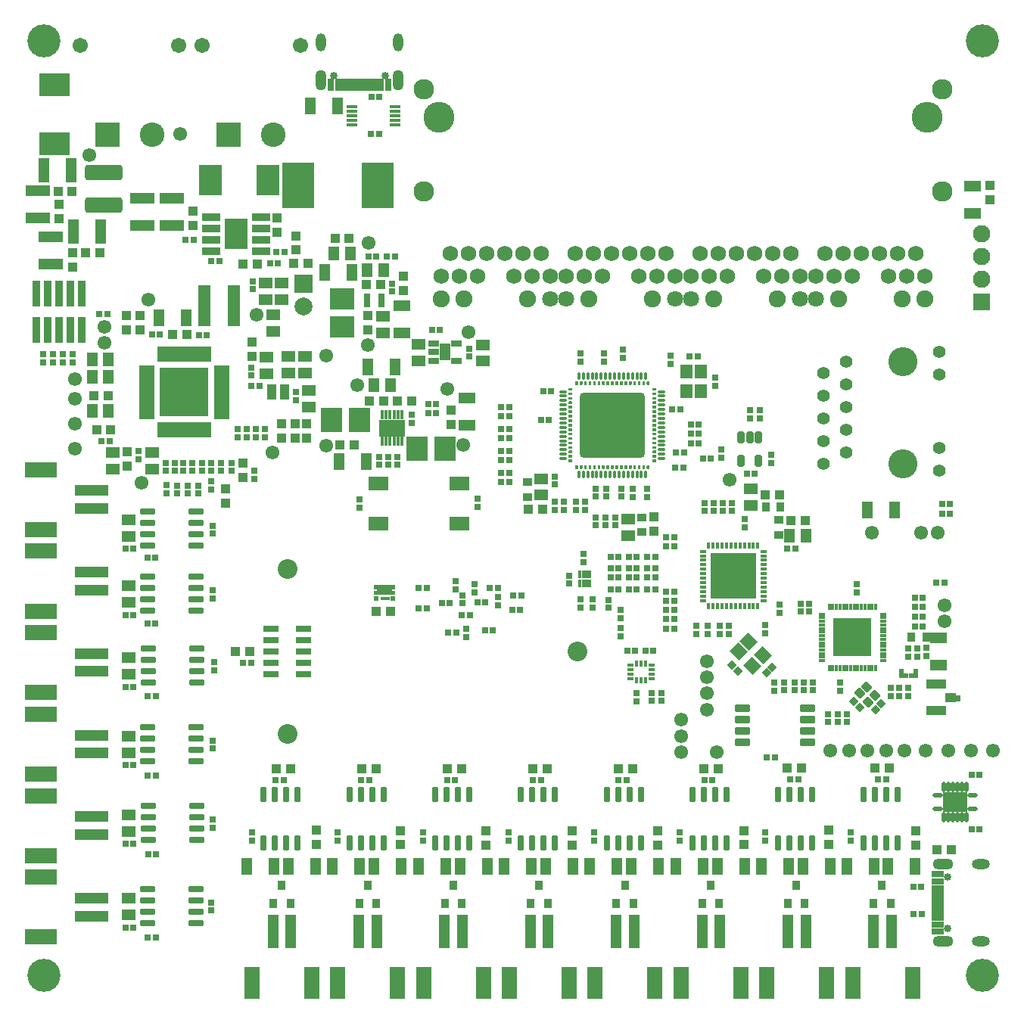
<source format=gts>
G04*
G04 #@! TF.GenerationSoftware,Altium Limited,Altium Designer,21.6.4 (81)*
G04*
G04 Layer_Color=8388736*
%FSTAX24Y24*%
%MOIN*%
G70*
G04*
G04 #@! TF.SameCoordinates,CFC9D6D8-CD49-4BFF-A4EB-002DC6F40297*
G04*
G04*
G04 #@! TF.FilePolarity,Negative*
G04*
G01*
G75*
%ADD31R,0.0660X0.0290*%
%ADD54R,0.0450X0.0410*%
%ADD55R,0.0890X0.0410*%
%ADD103R,0.0312X0.0312*%
%ADD104C,0.0611*%
%ADD105R,0.0529X0.0316*%
%ADD106R,0.0529X0.0198*%
%ADD107R,0.0395X0.0434*%
%ADD108R,0.1379X0.1045*%
%ADD109R,0.0887X0.0611*%
%ADD110R,0.0198X0.0651*%
%ADD111R,0.0651X0.0198*%
%ADD112R,0.2127X0.2127*%
%ADD113R,0.0267X0.0198*%
%ADD114R,0.0513X0.0316*%
%ADD115R,0.0464X0.0749*%
%ADD116R,0.0832X0.0320*%
%ADD117R,0.0997X0.1348*%
%ADD118R,0.0237X0.0230*%
%ADD119R,0.0230X0.0237*%
%ADD120R,0.0295X0.0126*%
%ADD121R,0.0126X0.0295*%
%ADD122R,0.1694X0.1694*%
G04:AMPARAMS|DCode=123|XSize=31.6mil|YSize=69mil|CornerRadius=7.5mil|HoleSize=0mil|Usage=FLASHONLY|Rotation=270.000|XOffset=0mil|YOffset=0mil|HoleType=Round|Shape=RoundedRectangle|*
%AMROUNDEDRECTD123*
21,1,0.0316,0.0539,0,0,270.0*
21,1,0.0165,0.0690,0,0,270.0*
1,1,0.0151,-0.0270,-0.0083*
1,1,0.0151,-0.0270,0.0083*
1,1,0.0151,0.0270,0.0083*
1,1,0.0151,0.0270,-0.0083*
%
%ADD123ROUNDEDRECTD123*%
%ADD124R,0.0277X0.0277*%
G04:AMPARAMS|DCode=125|XSize=41.5mil|YSize=37.5mil|CornerRadius=8.4mil|HoleSize=0mil|Usage=FLASHONLY|Rotation=135.000|XOffset=0mil|YOffset=0mil|HoleType=Round|Shape=RoundedRectangle|*
%AMROUNDEDRECTD125*
21,1,0.0415,0.0207,0,0,135.0*
21,1,0.0246,0.0375,0,0,135.0*
1,1,0.0169,-0.0014,0.0160*
1,1,0.0169,0.0160,-0.0014*
1,1,0.0169,0.0014,-0.0160*
1,1,0.0169,-0.0160,0.0014*
%
%ADD125ROUNDEDRECTD125*%
%ADD126R,0.1103X0.0454*%
%ADD127R,0.0351X0.1158*%
%ADD128R,0.0671X0.1419*%
%ADD129R,0.0474X0.1458*%
%ADD130R,0.0316X0.0529*%
%ADD131R,0.0198X0.0529*%
%ADD132R,0.1005X0.1359*%
%ADD133R,0.0375X0.0414*%
%ADD134R,0.1419X0.2049*%
%ADD135R,0.0545X0.1789*%
%ADD136R,0.0395X0.0710*%
%ADD137R,0.0946X0.1064*%
%ADD138R,0.0218X0.0198*%
%ADD139R,0.0423X0.0173*%
%ADD140R,0.0434X0.0395*%
%ADD141R,0.0454X0.0749*%
%ADD142R,0.0178X0.0395*%
%ADD143R,0.1123X0.0769*%
G04:AMPARAMS|DCode=144|XSize=29.1mil|YSize=66.5mil|CornerRadius=6.3mil|HoleSize=0mil|Usage=FLASHONLY|Rotation=0.000|XOffset=0mil|YOffset=0mil|HoleType=Round|Shape=RoundedRectangle|*
%AMROUNDEDRECTD144*
21,1,0.0291,0.0539,0,0,0.0*
21,1,0.0165,0.0665,0,0,0.0*
1,1,0.0126,0.0083,-0.0270*
1,1,0.0126,-0.0083,-0.0270*
1,1,0.0126,-0.0083,0.0270*
1,1,0.0126,0.0083,0.0270*
%
%ADD144ROUNDEDRECTD144*%
%ADD145R,0.0178X0.0267*%
%ADD146R,0.0267X0.0178*%
%ADD147R,0.0512X0.0160*%
G04:AMPARAMS|DCode=148|XSize=13.8mil|YSize=27.6mil|CornerRadius=3.4mil|HoleSize=0mil|Usage=FLASHONLY|Rotation=180.000|XOffset=0mil|YOffset=0mil|HoleType=Round|Shape=RoundedRectangle|*
%AMROUNDEDRECTD148*
21,1,0.0138,0.0207,0,0,180.0*
21,1,0.0069,0.0276,0,0,180.0*
1,1,0.0069,-0.0034,0.0103*
1,1,0.0069,0.0034,0.0103*
1,1,0.0069,0.0034,-0.0103*
1,1,0.0069,-0.0034,-0.0103*
%
%ADD148ROUNDEDRECTD148*%
G04:AMPARAMS|DCode=149|XSize=13.8mil|YSize=27.6mil|CornerRadius=3.4mil|HoleSize=0mil|Usage=FLASHONLY|Rotation=270.000|XOffset=0mil|YOffset=0mil|HoleType=Round|Shape=RoundedRectangle|*
%AMROUNDEDRECTD149*
21,1,0.0138,0.0207,0,0,270.0*
21,1,0.0069,0.0276,0,0,270.0*
1,1,0.0069,-0.0103,-0.0034*
1,1,0.0069,-0.0103,0.0034*
1,1,0.0069,0.0103,0.0034*
1,1,0.0069,0.0103,-0.0034*
%
%ADD149ROUNDEDRECTD149*%
%ADD150R,0.2047X0.2047*%
G04:AMPARAMS|DCode=151|XSize=61.1mil|YSize=53.2mil|CornerRadius=0mil|HoleSize=0mil|Usage=FLASHONLY|Rotation=315.000|XOffset=0mil|YOffset=0mil|HoleType=Round|Shape=Rectangle|*
%AMROTATEDRECTD151*
4,1,4,-0.0404,0.0028,-0.0028,0.0404,0.0404,-0.0028,0.0028,-0.0404,-0.0404,0.0028,0.0*
%
%ADD151ROTATEDRECTD151*%

G04:AMPARAMS|DCode=152|XSize=165.5mil|YSize=67.1mil|CornerRadius=12.9mil|HoleSize=0mil|Usage=FLASHONLY|Rotation=0.000|XOffset=0mil|YOffset=0mil|HoleType=Round|Shape=RoundedRectangle|*
%AMROUNDEDRECTD152*
21,1,0.1655,0.0413,0,0,0.0*
21,1,0.1398,0.0671,0,0,0.0*
1,1,0.0257,0.0699,-0.0207*
1,1,0.0257,-0.0699,-0.0207*
1,1,0.0257,-0.0699,0.0207*
1,1,0.0257,0.0699,0.0207*
%
%ADD152ROUNDEDRECTD152*%
%ADD153C,0.0123*%
%ADD154O,0.0117X0.0340*%
%ADD155O,0.0340X0.0117*%
G04:AMPARAMS|DCode=156|XSize=283.6mil|YSize=283.6mil|CornerRadius=10.9mil|HoleSize=0mil|Usage=FLASHONLY|Rotation=270.000|XOffset=0mil|YOffset=0mil|HoleType=Round|Shape=RoundedRectangle|*
%AMROUNDEDRECTD156*
21,1,0.2836,0.2618,0,0,270.0*
21,1,0.2618,0.2836,0,0,270.0*
1,1,0.0218,-0.1309,-0.1309*
1,1,0.0218,-0.1309,0.1309*
1,1,0.0218,0.1309,0.1309*
1,1,0.0218,0.1309,-0.1309*
%
%ADD156ROUNDEDRECTD156*%
%ADD157R,0.0611X0.0454*%
%ADD158R,0.1084X0.0887*%
G04:AMPARAMS|DCode=159|XSize=18.2mil|YSize=43.4mil|CornerRadius=5.3mil|HoleSize=0mil|Usage=FLASHONLY|Rotation=180.000|XOffset=0mil|YOffset=0mil|HoleType=Round|Shape=RoundedRectangle|*
%AMROUNDEDRECTD159*
21,1,0.0182,0.0329,0,0,180.0*
21,1,0.0077,0.0434,0,0,180.0*
1,1,0.0106,-0.0038,0.0164*
1,1,0.0106,0.0038,0.0164*
1,1,0.0106,0.0038,-0.0164*
1,1,0.0106,-0.0038,-0.0164*
%
%ADD159ROUNDEDRECTD159*%
G04:AMPARAMS|DCode=160|XSize=43.4mil|YSize=18.2mil|CornerRadius=5.3mil|HoleSize=0mil|Usage=FLASHONLY|Rotation=180.000|XOffset=0mil|YOffset=0mil|HoleType=Round|Shape=RoundedRectangle|*
%AMROUNDEDRECTD160*
21,1,0.0434,0.0077,0,0,180.0*
21,1,0.0329,0.0182,0,0,180.0*
1,1,0.0106,-0.0164,0.0038*
1,1,0.0106,0.0164,0.0038*
1,1,0.0106,0.0164,-0.0038*
1,1,0.0106,-0.0164,-0.0038*
%
%ADD160ROUNDEDRECTD160*%
%ADD161R,0.0312X0.0312*%
G04:AMPARAMS|DCode=162|XSize=29.1mil|YSize=66.5mil|CornerRadius=6.3mil|HoleSize=0mil|Usage=FLASHONLY|Rotation=270.000|XOffset=0mil|YOffset=0mil|HoleType=Round|Shape=RoundedRectangle|*
%AMROUNDEDRECTD162*
21,1,0.0291,0.0539,0,0,270.0*
21,1,0.0165,0.0665,0,0,270.0*
1,1,0.0126,-0.0270,-0.0083*
1,1,0.0126,-0.0270,0.0083*
1,1,0.0126,0.0270,0.0083*
1,1,0.0126,0.0270,-0.0083*
%
%ADD162ROUNDEDRECTD162*%
%ADD163R,0.0454X0.0611*%
%ADD164R,0.0749X0.0454*%
%ADD165P,0.0441X4X360.0*%
%ADD166P,0.0441X4X90.0*%
%ADD167R,0.0532X0.0611*%
%ADD168R,0.0155X0.0383*%
G04:AMPARAMS|DCode=169|XSize=31.6mil|YSize=51.3mil|CornerRadius=6.4mil|HoleSize=0mil|Usage=FLASHONLY|Rotation=0.000|XOffset=0mil|YOffset=0mil|HoleType=Round|Shape=RoundedRectangle|*
%AMROUNDEDRECTD169*
21,1,0.0316,0.0386,0,0,0.0*
21,1,0.0189,0.0513,0,0,0.0*
1,1,0.0127,0.0094,-0.0193*
1,1,0.0127,-0.0094,-0.0193*
1,1,0.0127,-0.0094,0.0193*
1,1,0.0127,0.0094,0.0193*
%
%ADD169ROUNDEDRECTD169*%
%ADD170R,0.1064X0.0946*%
%ADD171R,0.0454X0.1103*%
%ADD172R,0.0336X0.0395*%
%ADD173R,0.0155X0.0360*%
%ADD174R,0.0395X0.0336*%
%ADD175R,0.1419X0.0671*%
%ADD176R,0.1458X0.0474*%
%ADD177C,0.0867*%
%ADD178O,0.0907X0.0493*%
%ADD179O,0.0789X0.0434*%
%ADD180C,0.0336*%
%ADD181C,0.1458*%
%ADD182C,0.0674*%
%ADD183R,0.1084X0.1084*%
%ADD184C,0.1084*%
%ADD185O,0.0493X0.0907*%
%ADD186O,0.0434X0.0789*%
%ADD187R,0.0789X0.0789*%
%ADD188C,0.0789*%
%ADD189C,0.0680*%
%ADD190C,0.0755*%
%ADD191C,0.0710*%
%ADD192C,0.0905*%
%ADD193C,0.1360*%
%ADD194C,0.0769*%
%ADD195R,0.0769X0.0769*%
%ADD196C,0.0550*%
%ADD197C,0.1280*%
G36*
X040523Y036821D02*
X040606Y036821D01*
X04061Y03682D01*
X040612Y03682D01*
X040614Y036819D01*
X040614Y036819D01*
D01*
X040617Y036817D01*
X04062Y036815D01*
X04062Y036815D01*
Y036815D01*
X04062D01*
X040621Y036814D01*
X040623Y036812D01*
X040625Y036808D01*
D01*
X040625Y036808D01*
X040625Y036807D01*
X040626Y036804D01*
X040626Y036801D01*
X040626Y036682D01*
Y036682D01*
Y036682D01*
X040626Y036679D01*
X040625Y036676D01*
X040625Y036675D01*
X040625Y036675D01*
D01*
X040623Y036671D01*
X040621Y036669D01*
X04062Y036668D01*
X04062D01*
Y036668D01*
X04062Y036668D01*
X040617Y036666D01*
X040614Y036664D01*
D01*
X040614Y036664D01*
X040612Y036663D01*
X04061Y036663D01*
X040606Y036662D01*
X040606D01*
X040606D01*
X040523D01*
X040523D01*
X040523D01*
X040519Y036663D01*
X040517Y036663D01*
X040516Y036664D01*
X040516Y036664D01*
D01*
X040512Y036666D01*
X04051Y036667D01*
X040509Y036668D01*
X040509Y036668D01*
X040509Y036668D01*
X040508Y036669D01*
X040507Y036671D01*
X040505Y036675D01*
D01*
X040505Y036675D01*
X040504Y036676D01*
X040504Y036679D01*
X040503Y036682D01*
Y036682D01*
Y036682D01*
X040503Y036801D01*
X040504Y036804D01*
X040504Y036807D01*
X040505Y036808D01*
X040505Y036808D01*
D01*
X040507Y036812D01*
X040508Y036814D01*
X040509Y036815D01*
X040509Y036815D01*
X040509Y036815D01*
X04051Y036816D01*
X040512Y036817D01*
X040516Y036819D01*
D01*
X040516Y036819D01*
X040517Y03682D01*
X040519Y03682D01*
X040523Y036821D01*
X040523D01*
D01*
D01*
D02*
G37*
G36*
X040413Y03682D02*
X040415Y03682D01*
X040417Y036819D01*
X040417Y036819D01*
D01*
X04042Y036817D01*
X040423Y036815D01*
X040423Y036815D01*
Y036815D01*
X040423D01*
X040424Y036814D01*
X040426Y036812D01*
X040428Y036808D01*
D01*
X040428Y036808D01*
X040428Y036807D01*
X040429Y036804D01*
X040429Y036801D01*
X040429Y036682D01*
Y036682D01*
Y036682D01*
X040429Y036679D01*
X040428Y036676D01*
X040428Y036675D01*
X040428Y036675D01*
D01*
X040426Y036671D01*
X040424Y036669D01*
X040423Y036668D01*
X040423D01*
Y036668D01*
X040423Y036668D01*
X04042Y036666D01*
X040417Y036664D01*
D01*
X040417Y036664D01*
X040415Y036663D01*
X040413Y036663D01*
X040409Y036662D01*
X040409D01*
X040409D01*
X040327D01*
X040327D01*
X040327D01*
X040323Y036663D01*
X04032Y036663D01*
X040319Y036664D01*
X040319Y036664D01*
D01*
X040315Y036666D01*
X040313Y036668D01*
X040312Y036668D01*
Y036668D01*
X040312D01*
X040312Y036669D01*
X04031Y036671D01*
X040308Y036675D01*
D01*
X040308Y036675D01*
X040308Y036676D01*
X040307Y036679D01*
X040306Y036682D01*
Y036682D01*
Y036682D01*
X040306Y036801D01*
X040307Y036804D01*
X040308Y036807D01*
X040308Y036808D01*
X040308Y036808D01*
D01*
X04031Y036812D01*
X040312Y036814D01*
X040312Y036815D01*
X040312D01*
Y036815D01*
X040313Y036815D01*
X040315Y036817D01*
X040319Y036819D01*
D01*
X040319Y036819D01*
X04032Y03682D01*
X040323Y03682D01*
X040327Y036821D01*
X040409Y036821D01*
D01*
D01*
X040409D01*
X040413Y03682D01*
D02*
G37*
G36*
X040216D02*
X040219Y03682D01*
X04022Y036819D01*
X04022Y036819D01*
D01*
X040224Y036817D01*
X040226Y036815D01*
X040227Y036815D01*
Y036815D01*
X040227D01*
X040227Y036814D01*
X040229Y036812D01*
X040231Y036808D01*
D01*
X040231Y036808D01*
X040231Y036807D01*
X040232Y036804D01*
X040232Y036801D01*
X040232Y036682D01*
Y036682D01*
Y036682D01*
X040232Y036679D01*
X040231Y036676D01*
X040231Y036675D01*
X040231Y036675D01*
D01*
X040229Y036671D01*
X040227Y036669D01*
X040227Y036668D01*
X040227D01*
Y036668D01*
X040226Y036668D01*
X040224Y036666D01*
X04022Y036664D01*
D01*
X04022Y036664D01*
X040219Y036663D01*
X040216Y036663D01*
X040212Y036662D01*
X040212D01*
X040212D01*
X04013D01*
X04013D01*
X04013D01*
X040126Y036663D01*
X040123Y036663D01*
X040122Y036664D01*
X040122Y036664D01*
D01*
X040119Y036666D01*
X040117Y036667D01*
X040115Y036668D01*
X040115Y036668D01*
X040115Y036668D01*
X040115Y036669D01*
X040113Y036671D01*
X040111Y036675D01*
D01*
X040111Y036675D01*
X040111Y036676D01*
X04011Y036679D01*
X04011Y036682D01*
Y036682D01*
Y036682D01*
X04011Y036801D01*
X04011Y036804D01*
X040111Y036807D01*
X040111Y036808D01*
X040111Y036808D01*
D01*
X040113Y036812D01*
X040115Y036814D01*
X040115Y036815D01*
X040115Y036815D01*
X040115Y036815D01*
X040117Y036816D01*
X040119Y036817D01*
X040122Y036819D01*
D01*
X040122Y036819D01*
X040123Y03682D01*
X040126Y03682D01*
X04013Y036821D01*
X040212Y036821D01*
D01*
D01*
X040212D01*
X040216Y03682D01*
D02*
G37*
G36*
X039736Y036821D02*
X039819Y036821D01*
X039823Y03682D01*
X039825Y03682D01*
X039826Y036819D01*
X039826Y036819D01*
D01*
X03983Y036817D01*
X039832Y036815D01*
X039833Y036815D01*
Y036815D01*
X039833D01*
X039833Y036814D01*
X039835Y036812D01*
X039837Y036808D01*
D01*
X039837Y036808D01*
X039838Y036807D01*
X039838Y036804D01*
X039839Y036801D01*
X039839Y036682D01*
Y036682D01*
Y036682D01*
X039838Y036679D01*
X039838Y036676D01*
X039837Y036675D01*
X039837Y036675D01*
D01*
X039835Y036671D01*
X039833Y036669D01*
X039833Y036668D01*
X039833D01*
Y036668D01*
X039832Y036668D01*
X03983Y036666D01*
X039826Y036664D01*
D01*
X039826Y036664D01*
X039825Y036663D01*
X039823Y036663D01*
X039819Y036662D01*
X039819D01*
X039819D01*
X039736D01*
X039736D01*
X039736D01*
X039732Y036663D01*
X03973Y036663D01*
X039728Y036664D01*
X039728Y036664D01*
D01*
X039725Y036666D01*
X039722Y036668D01*
X039722Y036668D01*
Y036668D01*
X039722D01*
X039721Y036669D01*
X039719Y036671D01*
X039717Y036675D01*
D01*
X039717Y036675D01*
X039717Y036676D01*
X039716Y036679D01*
X039716Y036682D01*
Y036682D01*
Y036682D01*
X039716Y036801D01*
X039716Y036804D01*
X039717Y036807D01*
X039717Y036808D01*
X039717Y036808D01*
D01*
X039719Y036812D01*
X039721Y036814D01*
X039722Y036815D01*
X039722D01*
Y036815D01*
X039722Y036815D01*
X039725Y036817D01*
X039728Y036819D01*
D01*
X039728Y036819D01*
X03973Y03682D01*
X039732Y03682D01*
X039736Y036821D01*
X039736D01*
D01*
D01*
D02*
G37*
G36*
X039539D02*
X039622Y036821D01*
X039626Y03682D01*
X039628Y03682D01*
X039629Y036819D01*
X039629Y036819D01*
D01*
X039633Y036817D01*
X039635Y036815D01*
X039636Y036815D01*
Y036815D01*
X039636D01*
X039637Y036814D01*
X039639Y036812D01*
X03964Y036808D01*
D01*
X03964Y036808D01*
X039641Y036807D01*
X039642Y036804D01*
X039642Y036801D01*
X039642Y036682D01*
Y036682D01*
Y036682D01*
X039642Y036679D01*
X039641Y036676D01*
X03964Y036675D01*
X03964Y036675D01*
D01*
X039639Y036671D01*
X039637Y036669D01*
X039636Y036668D01*
X039636D01*
Y036668D01*
X039635Y036668D01*
X039633Y036666D01*
X03963Y036664D01*
D01*
X039629Y036664D01*
X039628Y036663D01*
X039626Y036663D01*
X039622Y036662D01*
X039622D01*
X039622D01*
X039539D01*
X039539D01*
X039539D01*
X039535Y036663D01*
X039533Y036663D01*
X039531Y036664D01*
X039531Y036664D01*
D01*
X039528Y036666D01*
X039526Y036668D01*
X039525Y036668D01*
Y036668D01*
X039525D01*
X039524Y036669D01*
X039522Y036671D01*
X039521Y036675D01*
D01*
X039521Y036675D01*
X03952Y036676D01*
X039519Y036679D01*
X039519Y036682D01*
Y036682D01*
Y036682D01*
X039519Y036801D01*
X039519Y036804D01*
X03952Y036807D01*
X039521Y036808D01*
X039521Y036808D01*
D01*
X039522Y036812D01*
X039524Y036814D01*
X039525Y036815D01*
X039525D01*
Y036815D01*
X039526Y036815D01*
X039528Y036817D01*
X039531Y036819D01*
D01*
X039531Y036819D01*
X039533Y03682D01*
X039535Y03682D01*
X039539Y036821D01*
X039539D01*
D01*
D01*
D02*
G37*
G36*
X037854Y03682D02*
X037856Y03682D01*
X037858Y036819D01*
X037858Y036819D01*
D01*
X037861Y036817D01*
X037863Y036816D01*
X037864Y036815D01*
X037864Y036815D01*
X037864Y036815D01*
X037865Y036814D01*
X037867Y036812D01*
X037869Y036808D01*
D01*
X037869Y036808D01*
X037869Y036807D01*
X03787Y036804D01*
X03787Y036801D01*
X03787Y036682D01*
Y036682D01*
Y036682D01*
X03787Y036679D01*
X037869Y036676D01*
X037869Y036675D01*
X037869Y036675D01*
D01*
X037867Y036671D01*
X037865Y036669D01*
X037864Y036668D01*
X037864Y036668D01*
X037864Y036668D01*
X037863Y036667D01*
X037861Y036666D01*
X037858Y036664D01*
D01*
X037858Y036664D01*
X037856Y036663D01*
X037854Y036663D01*
X03785Y036662D01*
X03785D01*
X03785D01*
X037767D01*
X037767D01*
X037767D01*
X037764Y036663D01*
X037761Y036663D01*
X03776Y036664D01*
X03776Y036664D01*
D01*
X037756Y036666D01*
X037754Y036668D01*
X037753Y036668D01*
Y036668D01*
X037753D01*
X037753Y036669D01*
X037751Y036671D01*
X037749Y036675D01*
D01*
X037749Y036675D01*
X037748Y036676D01*
X037748Y036679D01*
X037747Y036682D01*
Y036682D01*
Y036682D01*
X037747Y036801D01*
X037748Y036804D01*
X037748Y036807D01*
X037749Y036808D01*
X037749Y036808D01*
D01*
X037751Y036812D01*
X037753Y036814D01*
X037753Y036815D01*
X037753D01*
Y036815D01*
X037754Y036815D01*
X037756Y036817D01*
X03776Y036819D01*
D01*
X03776Y036819D01*
X037761Y03682D01*
X037764Y03682D01*
X037767Y036821D01*
X03785Y036821D01*
D01*
D01*
X03785D01*
X037854Y03682D01*
D02*
G37*
G36*
X037657D02*
X037659Y03682D01*
X037661Y036819D01*
X037661Y036819D01*
D01*
X037664Y036817D01*
X037666Y036816D01*
X037668Y036815D01*
X037668Y036815D01*
X037668Y036815D01*
X037668Y036814D01*
X03767Y036812D01*
X037672Y036808D01*
D01*
X037672Y036808D01*
X037672Y036807D01*
X037673Y036804D01*
X037673Y036801D01*
X037673Y036682D01*
Y036682D01*
Y036682D01*
X037673Y036679D01*
X037672Y036676D01*
X037672Y036675D01*
X037672Y036675D01*
D01*
X03767Y036671D01*
X037668Y036669D01*
X037668Y036668D01*
X037668Y036668D01*
X037668Y036668D01*
X037666Y036667D01*
X037664Y036666D01*
X037661Y036664D01*
D01*
X037661Y036664D01*
X03766Y036663D01*
X037657Y036663D01*
X037653Y036662D01*
X037653D01*
X037653D01*
X037571D01*
X037571D01*
X037571D01*
X037567Y036663D01*
X037564Y036663D01*
X037563Y036664D01*
X037563Y036664D01*
D01*
X037559Y036666D01*
X037557Y036668D01*
X037556Y036668D01*
Y036668D01*
X037556D01*
X037556Y036669D01*
X037554Y036671D01*
X037552Y036675D01*
D01*
X037552Y036675D01*
X037552Y036676D01*
X037551Y036679D01*
X037551Y036682D01*
Y036682D01*
Y036682D01*
X037551Y036801D01*
X037551Y036804D01*
X037552Y036807D01*
X037552Y036808D01*
X037552Y036808D01*
D01*
X037554Y036812D01*
X037556Y036814D01*
X037556Y036815D01*
X037556D01*
Y036815D01*
X037557Y036815D01*
X037559Y036817D01*
X037563Y036819D01*
D01*
X037563Y036819D01*
X037564Y03682D01*
X037567Y03682D01*
X037571Y036821D01*
X037653Y036821D01*
D01*
D01*
X037653D01*
X037657Y03682D01*
D02*
G37*
G36*
X039429Y03682D02*
X039431Y03682D01*
X039433Y036819D01*
X039433Y036819D01*
D01*
X039436Y036817D01*
X039438Y036815D01*
X039439Y036815D01*
Y036815D01*
X039439D01*
X03944Y036814D01*
X039442Y036812D01*
X039444Y036808D01*
D01*
X039444Y036808D01*
X039444Y036807D01*
X039445Y036804D01*
X039445Y036801D01*
X039445Y036682D01*
Y036682D01*
Y036682D01*
X039445Y036679D01*
X039444Y036676D01*
X039444Y036675D01*
X039444Y036675D01*
D01*
X039442Y036671D01*
X03944Y036669D01*
X039439Y036668D01*
X039439D01*
Y036668D01*
X039439Y036668D01*
X039436Y036666D01*
X039433Y036664D01*
D01*
X039433Y036664D01*
X039431Y036663D01*
X039429Y036663D01*
X039425Y036662D01*
X039425D01*
X039425D01*
X039342D01*
X039342D01*
X039342D01*
X039341Y036662D01*
X039338Y036663D01*
X039335Y036664D01*
D01*
X039335Y036664D01*
X039333Y036665D01*
X039331Y036666D01*
X039328Y036668D01*
X039328Y036668D01*
X039328Y036668D01*
X039326Y036671D01*
X039324Y036673D01*
X039324Y036675D01*
X039324Y036675D01*
D01*
X039323Y036679D01*
X039322Y036681D01*
X039322Y036682D01*
Y036682D01*
Y036682D01*
X039322Y036801D01*
X039322Y036802D01*
X039323Y036804D01*
X039324Y036808D01*
D01*
X039324Y036808D01*
X039324Y03681D01*
X039326Y036812D01*
X039328Y036815D01*
X039328Y036815D01*
X039328Y036815D01*
X039331Y036817D01*
X039333Y036818D01*
X039335Y036819D01*
X039335Y036819D01*
D01*
X039338Y03682D01*
X039341Y036821D01*
X039342Y036821D01*
X039425D01*
X039429Y03682D01*
D02*
G37*
G36*
X038641D02*
X038644Y03682D01*
X038645Y036819D01*
X038645Y036819D01*
D01*
X038649Y036817D01*
X038651Y036816D01*
X038652Y036815D01*
X038652Y036815D01*
X038652Y036815D01*
X038653Y036814D01*
X038654Y036812D01*
X038656Y036808D01*
D01*
X038656Y036808D01*
X038657Y036807D01*
X038657Y036804D01*
X038658Y036801D01*
X038658Y036682D01*
Y036682D01*
Y036682D01*
X038657Y036679D01*
X038657Y036676D01*
X038656Y036675D01*
X038656Y036675D01*
D01*
X038654Y036671D01*
X038653Y036669D01*
X038652Y036668D01*
X038652Y036668D01*
X038652Y036668D01*
X038651Y036667D01*
X038649Y036666D01*
X038645Y036664D01*
D01*
X038645Y036664D01*
X038644Y036663D01*
X038641Y036663D01*
X038638Y036662D01*
X038638D01*
X038638D01*
X038555D01*
X038555D01*
X038555D01*
X038551Y036663D01*
X038549Y036663D01*
X038547Y036664D01*
X038547Y036664D01*
D01*
X038544Y036666D01*
X038542Y036667D01*
X038541Y036668D01*
X038541Y036668D01*
X038541Y036668D01*
X03854Y036669D01*
X038538Y036671D01*
X038536Y036675D01*
D01*
X038536Y036675D01*
X038536Y036676D01*
X038535Y036679D01*
X038535Y036682D01*
Y036682D01*
Y036682D01*
X038535Y036801D01*
X038535Y036804D01*
X038536Y036807D01*
X038536Y036808D01*
X038536Y036808D01*
D01*
X038538Y036812D01*
X03854Y036814D01*
X038541Y036815D01*
X038541Y036815D01*
X038541Y036815D01*
X038542Y036816D01*
X038544Y036817D01*
X038547Y036819D01*
D01*
X038547Y036819D01*
X038549Y03682D01*
X038551Y03682D01*
X038555Y036821D01*
X038638D01*
X038641Y03682D01*
D02*
G37*
G36*
X038445D02*
X038447Y03682D01*
X038448Y036819D01*
X038448Y036819D01*
D01*
X038452Y036817D01*
X038454Y036816D01*
X038455Y036815D01*
X038455Y036815D01*
X038455Y036815D01*
X038456Y036814D01*
X038457Y036812D01*
X038459Y036808D01*
D01*
X038459Y036808D01*
X03846Y036807D01*
X03846Y036804D01*
X038461Y036801D01*
X038461Y036682D01*
Y036682D01*
Y036682D01*
X03846Y036679D01*
X03846Y036676D01*
X038459Y036675D01*
X038459Y036675D01*
D01*
X038457Y036671D01*
X038456Y036669D01*
X038455Y036668D01*
X038455Y036668D01*
X038455Y036668D01*
X038454Y036667D01*
X038452Y036666D01*
X038448Y036664D01*
D01*
X038448Y036664D01*
X038447Y036663D01*
X038445Y036663D01*
X038441Y036662D01*
X038441D01*
X038441D01*
X038358D01*
X038358D01*
X038358D01*
X038354Y036663D01*
X038352Y036663D01*
X03835Y036664D01*
X03835Y036664D01*
D01*
X038347Y036666D01*
X038345Y036667D01*
X038344Y036668D01*
X038344Y036668D01*
X038344Y036668D01*
X038343Y036669D01*
X038341Y036671D01*
X038339Y036675D01*
D01*
X038339Y036675D01*
X038339Y036676D01*
X038338Y036679D01*
X038338Y036682D01*
Y036682D01*
Y036682D01*
X038338Y036801D01*
X038338Y036804D01*
X038339Y036807D01*
X038339Y036808D01*
X038339Y036808D01*
D01*
X038341Y036812D01*
X038343Y036814D01*
X038344Y036815D01*
X038344Y036815D01*
X038344Y036815D01*
X038345Y036816D01*
X038347Y036817D01*
X03835Y036819D01*
D01*
X03835Y036819D01*
X038352Y03682D01*
X038354Y03682D01*
X038358Y036821D01*
X038441D01*
X038445Y03682D01*
D02*
G37*
G36*
X038248D02*
X03825Y03682D01*
X038252Y036819D01*
X038252Y036819D01*
D01*
X038255Y036817D01*
X038257Y036816D01*
X038258Y036815D01*
X038258Y036815D01*
X038258Y036815D01*
X038259Y036814D01*
X038261Y036812D01*
X038262Y036808D01*
D01*
X038262Y036808D01*
X038263Y036807D01*
X038264Y036804D01*
X038264Y036801D01*
X038264Y036682D01*
Y036682D01*
Y036682D01*
X038264Y036679D01*
X038263Y036676D01*
X038262Y036675D01*
X038262Y036675D01*
D01*
X038261Y036671D01*
X038259Y036669D01*
X038258Y036668D01*
X038258Y036668D01*
X038258Y036668D01*
X038257Y036667D01*
X038255Y036666D01*
X038252Y036664D01*
D01*
X038252Y036664D01*
X03825Y036663D01*
X038248Y036663D01*
X038244Y036662D01*
X038244D01*
X038244D01*
X038161D01*
X038161D01*
X038161D01*
X038157Y036663D01*
X038155Y036663D01*
X038153Y036664D01*
X038153Y036664D01*
D01*
X03815Y036666D01*
X038148Y036668D01*
X038147Y036668D01*
Y036668D01*
X038147D01*
X038146Y036669D01*
X038144Y036671D01*
X038143Y036675D01*
D01*
X038143Y036675D01*
X038142Y036676D01*
X038141Y036679D01*
X038141Y036682D01*
Y036682D01*
Y036682D01*
X038141Y036801D01*
X038141Y036804D01*
X038142Y036807D01*
X038143Y036808D01*
X038143Y036808D01*
D01*
X038144Y036812D01*
X038146Y036814D01*
X038147Y036815D01*
X038147D01*
Y036815D01*
X038148Y036815D01*
X03815Y036817D01*
X038153Y036819D01*
D01*
X038153Y036819D01*
X038155Y03682D01*
X038157Y03682D01*
X038161Y036821D01*
X038244D01*
X038248Y03682D01*
D02*
G37*
G36*
X038051D02*
X038054Y036819D01*
X038055Y036819D01*
X038055Y036819D01*
D01*
X038058Y036817D01*
X03806Y036816D01*
X038061Y036815D01*
X038061Y036815D01*
X038061Y036815D01*
X038062Y036814D01*
X038064Y036812D01*
X038066Y036808D01*
D01*
X038066Y036808D01*
X038066Y036807D01*
X038067Y036804D01*
X038067Y036801D01*
X038067Y036682D01*
Y036682D01*
Y036682D01*
X038067Y036679D01*
X038066Y036676D01*
X038066Y036675D01*
X038066Y036675D01*
D01*
X038064Y036671D01*
X038062Y036669D01*
X038061Y036668D01*
X038061Y036668D01*
X038061Y036668D01*
X03806Y036667D01*
X038058Y036666D01*
X038055Y036664D01*
D01*
X038055Y036664D01*
X038054Y036664D01*
X038051Y036663D01*
X038047Y036662D01*
X038047D01*
X038047D01*
X037964Y036662D01*
X037964D01*
X037964D01*
X03796Y036663D01*
X037958Y036663D01*
X037957Y036664D01*
X037957Y036664D01*
D01*
X037953Y036666D01*
X037951Y036668D01*
X03795Y036668D01*
Y036668D01*
X03795D01*
X03795Y036669D01*
X037948Y036671D01*
X037946Y036675D01*
D01*
X037946Y036675D01*
X037945Y036676D01*
X037945Y036679D01*
X037944Y036682D01*
Y036682D01*
Y036682D01*
X037944Y036801D01*
X037945Y036804D01*
X037945Y036807D01*
X037946Y036808D01*
X037946Y036808D01*
D01*
X037948Y036812D01*
X03795Y036814D01*
X03795Y036815D01*
X03795D01*
Y036815D01*
X037951Y036815D01*
X037953Y036817D01*
X037957Y036819D01*
D01*
X037957Y036819D01*
X037958Y03682D01*
X03796Y03682D01*
X037964Y036821D01*
X038047D01*
X038051Y03682D01*
D02*
G37*
G36*
X03746D02*
X037463Y036819D01*
X037464Y036819D01*
X037464Y036819D01*
D01*
X037468Y036817D01*
X03747Y036816D01*
X037471Y036815D01*
X037471Y036815D01*
X037471Y036815D01*
X037472Y036814D01*
X037473Y036812D01*
X037475Y036808D01*
D01*
X037475Y036808D01*
X037475Y036807D01*
X037476Y036804D01*
X037477Y036801D01*
X037477Y036682D01*
Y036682D01*
Y036682D01*
X037476Y036679D01*
X037475Y036676D01*
X037475Y036675D01*
X037475Y036675D01*
D01*
X037473Y036671D01*
X037472Y036669D01*
X037471Y036668D01*
X037471Y036668D01*
X037471Y036668D01*
X03747Y036667D01*
X037468Y036666D01*
X037464Y036664D01*
D01*
X037464Y036664D01*
X037463Y036664D01*
X03746Y036663D01*
X037456Y036662D01*
X037456D01*
X037456D01*
X037374D01*
X037374D01*
X037374D01*
X03737Y036663D01*
X037368Y036663D01*
X037366Y036664D01*
X037363Y036666D01*
X03736Y036668D01*
Y036668D01*
X03736D01*
X037357Y036671D01*
X037355Y036675D01*
X037355Y036677D01*
X037354Y036679D01*
X037354Y036682D01*
Y036682D01*
Y036682D01*
X037354Y036801D01*
X037354Y036804D01*
X037355Y036806D01*
X037355Y036808D01*
X037357Y036812D01*
X03736Y036815D01*
X03736D01*
Y036815D01*
X037363Y036817D01*
X037366Y036819D01*
X037368Y03682D01*
X03737Y03682D01*
X037374Y036821D01*
X037456D01*
X03746Y03682D01*
D02*
G37*
G36*
X040019D02*
X040022Y03682D01*
X040023Y036819D01*
X040023Y036819D01*
D01*
X040027Y036817D01*
X040029Y036816D01*
X04003Y036815D01*
X04003Y036815D01*
X04003Y036815D01*
X040031Y036814D01*
X040032Y036812D01*
X040034Y036808D01*
D01*
X040034Y036808D01*
X040035Y036807D01*
X040035Y036804D01*
X040036Y036801D01*
X040036Y036682D01*
Y036682D01*
Y036682D01*
X040035Y036679D01*
X040035Y036676D01*
X040034Y036675D01*
X040034Y036675D01*
D01*
X040032Y036671D01*
X040031Y036669D01*
X04003Y036668D01*
X04003Y036668D01*
X04003Y036668D01*
X040029Y036667D01*
X040027Y036666D01*
X040023Y036664D01*
D01*
X040023Y036664D01*
X040022Y036663D01*
X040019Y036663D01*
X040016Y036662D01*
X040016D01*
X040016D01*
X039933Y036662D01*
X039933D01*
X039933D01*
X039929Y036663D01*
X039927Y036663D01*
X039925Y036664D01*
X039925Y036664D01*
D01*
X039922Y036666D01*
X03992Y036667D01*
X039919Y036668D01*
X039919Y036668D01*
X039919Y036668D01*
X039918Y036669D01*
X039916Y036671D01*
X039914Y036675D01*
D01*
X039914Y036675D01*
X039914Y036676D01*
X039913Y036679D01*
X039913Y036682D01*
Y036682D01*
Y036682D01*
X039913Y036801D01*
X039913Y036804D01*
X039914Y036807D01*
X039914Y036808D01*
X039914Y036808D01*
D01*
X039916Y036812D01*
X039918Y036814D01*
X039919Y036815D01*
X039919Y036815D01*
X039919Y036815D01*
X03992Y036816D01*
X039922Y036817D01*
X039925Y036819D01*
D01*
X039925Y036819D01*
X039927Y03682D01*
X039929Y03682D01*
X039933Y036821D01*
X040016D01*
X040019Y03682D01*
D02*
G37*
G36*
X039232D02*
X039234Y03682D01*
X039236Y036819D01*
X039236Y036819D01*
D01*
X039239Y036817D01*
X039241Y036816D01*
X039242Y036815D01*
X039242Y036815D01*
X039242Y036815D01*
X039243Y036814D01*
X039245Y036812D01*
X039247Y036808D01*
D01*
X039247Y036808D01*
X039247Y036807D01*
X039248Y036804D01*
X039248Y036801D01*
X039248Y036682D01*
Y036682D01*
Y036682D01*
X039248Y036679D01*
X039247Y036676D01*
X039247Y036675D01*
X039247Y036675D01*
D01*
X039245Y036671D01*
X039243Y036669D01*
X039242Y036668D01*
X039242Y036668D01*
X039242Y036668D01*
X039241Y036667D01*
X039239Y036666D01*
X039236Y036664D01*
D01*
X039236Y036664D01*
X039234Y036663D01*
X039232Y036663D01*
X039228Y036662D01*
X039228D01*
X039228D01*
X039145Y036662D01*
X039145D01*
X039145D01*
X039141Y036663D01*
X039139Y036663D01*
X039138Y036664D01*
X039138Y036664D01*
D01*
X039134Y036666D01*
X039132Y036667D01*
X039131Y036668D01*
X039131Y036668D01*
X039131Y036668D01*
X03913Y036669D01*
X039129Y036671D01*
X039127Y036675D01*
D01*
X039127Y036675D01*
X039126Y036676D01*
X039126Y036679D01*
X039125Y036682D01*
Y036682D01*
Y036682D01*
X039125Y036801D01*
X039126Y036804D01*
X039126Y036807D01*
X039127Y036808D01*
X039127Y036808D01*
D01*
X039129Y036812D01*
X03913Y036814D01*
X039131Y036815D01*
X039131Y036815D01*
X039131Y036815D01*
X039132Y036816D01*
X039134Y036817D01*
X039138Y036819D01*
D01*
X039138Y036819D01*
X039139Y03682D01*
X039142Y03682D01*
X039145Y036821D01*
X039228D01*
X039232Y03682D01*
D02*
G37*
G36*
X039035D02*
X039037Y03682D01*
X039039Y036819D01*
X039039Y036819D01*
D01*
X039042Y036817D01*
X039044Y036816D01*
X039045Y036815D01*
X039045Y036815D01*
X039045Y036815D01*
X039046Y036814D01*
X039048Y036812D01*
X03905Y036808D01*
D01*
X03905Y036808D01*
X03905Y036807D01*
X039051Y036804D01*
X039051Y036801D01*
X039051Y036682D01*
Y036682D01*
Y036682D01*
X039051Y036679D01*
X03905Y036676D01*
X03905Y036675D01*
X03905Y036675D01*
D01*
X039048Y036671D01*
X039046Y036669D01*
X039045Y036668D01*
X039045Y036668D01*
X039045Y036668D01*
X039044Y036667D01*
X039042Y036666D01*
X039039Y036664D01*
D01*
X039039Y036664D01*
X039037Y036663D01*
X039035Y036663D01*
X039031Y036662D01*
X039031D01*
X039031D01*
X038949Y036662D01*
X038949D01*
X038949D01*
X038945Y036663D01*
X038942Y036663D01*
X038941Y036664D01*
X038941Y036664D01*
D01*
X038937Y036666D01*
X038935Y036667D01*
X038934Y036668D01*
X038934Y036668D01*
X038934Y036668D01*
X038933Y036669D01*
X038932Y036671D01*
X03893Y036675D01*
D01*
X03893Y036675D01*
X03893Y036676D01*
X038929Y036679D01*
X038928Y036682D01*
Y036682D01*
Y036682D01*
X038928Y036801D01*
X038929Y036804D01*
X03893Y036807D01*
X03893Y036808D01*
X03893Y036808D01*
D01*
X038932Y036812D01*
X038933Y036814D01*
X038934Y036815D01*
X038934Y036815D01*
X038934Y036815D01*
X038935Y036816D01*
X038937Y036817D01*
X038941Y036819D01*
D01*
X038941Y036819D01*
X038942Y03682D01*
X038945Y03682D01*
X038949Y036821D01*
X039031D01*
X039035Y03682D01*
D02*
G37*
G36*
X038838D02*
X038841Y03682D01*
X038842Y036819D01*
X038842Y036819D01*
D01*
X038846Y036817D01*
X038848Y036815D01*
X038849Y036815D01*
Y036815D01*
X038849D01*
X038849Y036814D01*
X038851Y036812D01*
X038853Y036808D01*
D01*
X038853Y036808D01*
X038853Y036807D01*
X038854Y036804D01*
X038854Y036801D01*
X038855Y036682D01*
Y036682D01*
Y036682D01*
X038854Y036679D01*
X038853Y036676D01*
X038853Y036675D01*
X038853Y036675D01*
D01*
X038851Y036671D01*
X038849Y036669D01*
X038849Y036668D01*
X038849D01*
Y036668D01*
X038848Y036668D01*
X038846Y036666D01*
X038842Y036664D01*
D01*
X038842Y036664D01*
X038841Y036663D01*
X038838Y036663D01*
X038834Y036662D01*
X038834D01*
X038834D01*
X038752D01*
X038752D01*
X038752D01*
X038748Y036663D01*
X038746Y036663D01*
X038744Y036664D01*
X038744Y036664D01*
D01*
X038741Y036666D01*
X038738Y036668D01*
X038738Y036668D01*
Y036668D01*
X038738D01*
X038737Y036669D01*
X038735Y036671D01*
X038733Y036675D01*
D01*
X038733Y036675D01*
X038733Y036676D01*
X038732Y036679D01*
X038732Y036682D01*
Y036682D01*
Y036682D01*
X038732Y036801D01*
X038732Y036804D01*
X038733Y036807D01*
X038733Y036808D01*
X038733Y036808D01*
D01*
X038735Y036812D01*
X038737Y036814D01*
X038738Y036815D01*
X038738D01*
Y036815D01*
X038738Y036815D01*
X038741Y036817D01*
X038744Y036819D01*
D01*
X038744Y036819D01*
X038746Y03682D01*
X038748Y03682D01*
X038752Y036821D01*
X038834D01*
X038838Y03682D01*
D02*
G37*
G36*
X040899Y036527D02*
X040903Y036527D01*
X040906Y036526D01*
X040907Y036526D01*
X040907Y036526D01*
D01*
X040911Y036524D01*
X040913Y036522D01*
X040914Y036521D01*
Y036521D01*
X040914D01*
X040914Y036521D01*
X040916Y036518D01*
X040918Y036515D01*
D01*
X040918Y036515D01*
X040918Y036513D01*
X040919Y036511D01*
X040919Y036507D01*
Y036425D01*
X040919Y036421D01*
X040918Y036418D01*
X040918Y036417D01*
X040918Y036417D01*
D01*
X040916Y036413D01*
X040914Y036411D01*
X040914Y03641D01*
X040914Y03641D01*
X040914Y03641D01*
X040912Y036409D01*
X040911Y036408D01*
X040907Y036406D01*
D01*
X040907Y036406D01*
X040906Y036406D01*
X040903Y036405D01*
X040899Y036404D01*
X040781Y036404D01*
X040781D01*
X040781D01*
X040777Y036405D01*
X040775Y036406D01*
X040774Y036406D01*
X040774Y036406D01*
D01*
X04077Y036408D01*
X040768Y036409D01*
X040767Y03641D01*
X040767Y03641D01*
X040767Y03641D01*
X040766Y036411D01*
X040765Y036413D01*
X040763Y036417D01*
D01*
X040763Y036417D01*
X040762Y036418D01*
X040762Y036421D01*
X040761Y036425D01*
Y036425D01*
Y036425D01*
X040761Y036507D01*
Y036507D01*
Y036507D01*
X040762Y036511D01*
X040762Y036513D01*
X040763Y036515D01*
X040763Y036515D01*
D01*
X040765Y036518D01*
X040767Y036521D01*
X040767Y036521D01*
X040767D01*
Y036521D01*
X040768Y036522D01*
X04077Y036524D01*
X040774Y036526D01*
D01*
X040774Y036526D01*
X040775Y036526D01*
X040777Y036527D01*
X040781Y036527D01*
X040781D01*
X040781D01*
X040899Y036527D01*
D02*
G37*
G36*
X037202Y036527D02*
X037205Y036526D01*
X037206Y036526D01*
X037206Y036526D01*
D01*
X03721Y036524D01*
X037212Y036522D01*
X037213Y036521D01*
X037213Y036521D01*
X037213Y036521D01*
X037214Y03652D01*
X037215Y036518D01*
X037217Y036515D01*
D01*
X037217Y036515D01*
X037218Y036513D01*
X037218Y036511D01*
X037219Y036507D01*
Y036507D01*
Y036507D01*
X037219Y036425D01*
Y036425D01*
Y036425D01*
X037218Y036421D01*
X037218Y036418D01*
X037217Y036417D01*
X037217Y036417D01*
D01*
X037215Y036413D01*
X037213Y036411D01*
X037213Y03641D01*
X037213D01*
Y03641D01*
X037212Y03641D01*
X03721Y036408D01*
X037206Y036406D01*
D01*
X037206Y036406D01*
X037205Y036406D01*
X037202Y036405D01*
X037199Y036404D01*
X037199D01*
X037199D01*
X03708Y036404D01*
X037077Y036405D01*
X037074Y036406D01*
X037073Y036406D01*
X037073Y036406D01*
D01*
X037069Y036408D01*
X037067Y03641D01*
X037066Y03641D01*
Y03641D01*
X037066D01*
X037066Y036411D01*
X037064Y036413D01*
X037062Y036417D01*
D01*
X037062Y036417D01*
X037061Y036418D01*
X037061Y036421D01*
X03706Y036425D01*
Y036425D01*
D01*
D01*
X03706Y036507D01*
X037061Y036511D01*
X037061Y036513D01*
X037062Y036515D01*
X037062Y036515D01*
D01*
X037064Y036518D01*
X037065Y03652D01*
X037066Y036521D01*
X037066Y036521D01*
X037066Y036521D01*
X037067Y036522D01*
X037069Y036524D01*
X037073Y036526D01*
D01*
X037073Y036526D01*
X037074Y036526D01*
X037077Y036527D01*
X03708Y036527D01*
X037199Y036527D01*
X037199D01*
X037199D01*
X037202Y036527D01*
D02*
G37*
G36*
X040899Y03633D02*
X040903Y03633D01*
X040906Y036329D01*
X040907Y036329D01*
X040907Y036329D01*
D01*
X040911Y036327D01*
X040913Y036325D01*
X040914Y036325D01*
Y036325D01*
X040914D01*
X040914Y036324D01*
X040916Y036322D01*
X040918Y036318D01*
D01*
X040918Y036318D01*
X040918Y036317D01*
X040919Y036314D01*
X040919Y03631D01*
Y036228D01*
X040919Y036224D01*
X040918Y036222D01*
X040918Y03622D01*
X040918Y03622D01*
D01*
X040916Y036217D01*
X040914Y036215D01*
X040914Y036214D01*
X040914Y036214D01*
X040914Y036214D01*
X040912Y036213D01*
X040911Y036211D01*
X040907Y036209D01*
D01*
X040907Y036209D01*
X040906Y036209D01*
X040903Y036208D01*
X040899Y036208D01*
X040781Y036208D01*
X040781D01*
X040781D01*
X040777Y036208D01*
X040775Y036209D01*
X040774Y036209D01*
X040774Y036209D01*
D01*
X04077Y036211D01*
X040768Y036213D01*
X040767Y036214D01*
X040767Y036214D01*
X040767Y036214D01*
X040766Y036215D01*
X040765Y036217D01*
X040763Y03622D01*
D01*
X040763Y03622D01*
X040762Y036221D01*
X040762Y036224D01*
X040761Y036228D01*
Y036228D01*
Y036228D01*
Y03631D01*
Y03631D01*
Y03631D01*
X040762Y036314D01*
X040762Y036317D01*
X040763Y036318D01*
X040763Y036318D01*
D01*
X040765Y036322D01*
X040767Y036324D01*
X040767Y036325D01*
X040767D01*
Y036325D01*
X040768Y036325D01*
X04077Y036327D01*
X040774Y036329D01*
D01*
X040774Y036329D01*
X040775Y036329D01*
X040777Y03633D01*
X040781Y03633D01*
X040781D01*
X040781D01*
X040899Y03633D01*
D02*
G37*
G36*
X037202Y03633D02*
X037205Y036329D01*
X037206Y036329D01*
X037206Y036329D01*
D01*
X03721Y036327D01*
X037212Y036326D01*
X037213Y036325D01*
X037213Y036325D01*
X037213Y036325D01*
X037214Y036324D01*
X037215Y036322D01*
X037217Y036318D01*
D01*
X037217Y036318D01*
X037218Y036317D01*
X037218Y036314D01*
X037219Y03631D01*
Y03631D01*
Y03631D01*
X037219Y036228D01*
Y036228D01*
Y036228D01*
X037218Y036224D01*
X037218Y036221D01*
X037217Y03622D01*
X037217Y03622D01*
D01*
X037215Y036217D01*
X037213Y036214D01*
X037213Y036213D01*
X037213D01*
Y036213D01*
X037212Y036213D01*
X03721Y036211D01*
X037206Y036209D01*
D01*
X037206Y036209D01*
X037205Y036209D01*
X037202Y036208D01*
X037199Y036208D01*
X037199D01*
X037199D01*
X03708Y036208D01*
X037077Y036208D01*
X037074Y036209D01*
X037073Y036209D01*
X037073Y036209D01*
D01*
X037069Y036211D01*
X037067Y036213D01*
X037066Y036214D01*
Y036214D01*
X037066D01*
X037066Y036214D01*
X037064Y036217D01*
X037062Y03622D01*
D01*
X037062Y03622D01*
X037061Y036222D01*
X037061Y036224D01*
X03706Y036228D01*
Y036228D01*
D01*
D01*
X03706Y03631D01*
X037061Y036314D01*
X037061Y036317D01*
X037062Y036318D01*
X037062Y036318D01*
D01*
X037064Y036322D01*
X037065Y036323D01*
X037066Y036325D01*
X037066Y036325D01*
X037066Y036325D01*
X037067Y036325D01*
X037069Y036327D01*
X037073Y036329D01*
D01*
X037073Y036329D01*
X037074Y036329D01*
X037077Y03633D01*
X03708Y03633D01*
X037199Y03633D01*
X037199D01*
X037199D01*
X037202Y03633D01*
D02*
G37*
G36*
X040899Y036134D02*
X040903Y036133D01*
X040906Y036133D01*
X040907Y036132D01*
X040907Y036132D01*
D01*
X040911Y03613D01*
X040913Y036128D01*
X040914Y036128D01*
Y036128D01*
X040914D01*
X040914Y036127D01*
X040916Y036125D01*
X040918Y036121D01*
D01*
X040918Y036121D01*
X040918Y03612D01*
X040919Y036117D01*
X040919Y036114D01*
Y036031D01*
X040919Y036027D01*
X040918Y036025D01*
X040918Y036023D01*
X040918Y036023D01*
D01*
X040916Y03602D01*
X040914Y036018D01*
X040914Y036017D01*
X040914Y036017D01*
X040914Y036017D01*
X040912Y036016D01*
X040911Y036014D01*
X040907Y036012D01*
D01*
X040907Y036012D01*
X040906Y036012D01*
X040903Y036011D01*
X040899Y036011D01*
X040781Y036011D01*
X040781D01*
X040781D01*
X040777Y036011D01*
X040775Y036012D01*
X040774Y036012D01*
X040774Y036012D01*
D01*
X04077Y036014D01*
X040768Y036016D01*
X040767Y036017D01*
X040767Y036017D01*
X040767Y036017D01*
X040766Y036018D01*
X040765Y03602D01*
X040763Y036023D01*
D01*
X040763Y036023D01*
X040762Y036025D01*
X040762Y036027D01*
X040761Y036031D01*
Y036031D01*
Y036031D01*
X040761Y036114D01*
Y036114D01*
Y036114D01*
X040762Y036117D01*
X040762Y03612D01*
X040763Y036121D01*
X040763Y036121D01*
D01*
X040765Y036125D01*
X040767Y036127D01*
X040767Y036128D01*
X040767D01*
Y036128D01*
X040768Y036128D01*
X04077Y03613D01*
X040774Y036132D01*
D01*
X040774Y036132D01*
X040775Y036133D01*
X040777Y036133D01*
X040781Y036134D01*
X040781D01*
X040781D01*
X040899Y036134D01*
D02*
G37*
G36*
X037202Y036133D02*
X037205Y036133D01*
X037206Y036132D01*
X037206Y036132D01*
D01*
X03721Y03613D01*
X037212Y036128D01*
X037213Y036128D01*
Y036128D01*
X037213D01*
X037213Y036127D01*
X037215Y036125D01*
X037217Y036121D01*
D01*
X037217Y036121D01*
X037218Y03612D01*
X037218Y036117D01*
X037219Y036114D01*
Y036114D01*
Y036114D01*
Y036031D01*
Y036031D01*
Y036031D01*
X037218Y036027D01*
X037218Y036025D01*
X037217Y036023D01*
X037217Y036023D01*
D01*
X037215Y03602D01*
X037214Y036018D01*
X037213Y036017D01*
X037213Y036017D01*
X037213Y036017D01*
X037212Y036016D01*
X03721Y036014D01*
X037206Y036012D01*
D01*
X037206Y036012D01*
X037205Y036012D01*
X037202Y036011D01*
X037199Y036011D01*
X037199D01*
X037199D01*
X03708Y036011D01*
X037077Y036011D01*
X037074Y036012D01*
X037073Y036012D01*
X037073Y036012D01*
D01*
X037069Y036014D01*
X037067Y036016D01*
X037066Y036017D01*
X037066Y036017D01*
X037066Y036017D01*
X037065Y036018D01*
X037064Y03602D01*
X037062Y036023D01*
D01*
X037062Y036023D01*
X037061Y036025D01*
X037061Y036027D01*
X03706Y036031D01*
Y036031D01*
D01*
D01*
X03706Y036114D01*
X037061Y036117D01*
X037061Y03612D01*
X037062Y036121D01*
X037062Y036121D01*
D01*
X037064Y036125D01*
X037066Y036127D01*
X037066Y036128D01*
X037066D01*
Y036128D01*
X037067Y036128D01*
X037069Y03613D01*
X037073Y036132D01*
D01*
X037073Y036132D01*
X037074Y036133D01*
X037077Y036133D01*
X03708Y036134D01*
X037199Y036134D01*
X037199D01*
X037199D01*
X037202Y036133D01*
D02*
G37*
G36*
X040899Y035937D02*
X040903Y035936D01*
X040906Y035936D01*
X040907Y035935D01*
X040907Y035935D01*
D01*
X040911Y035933D01*
X040913Y035931D01*
X040914Y035931D01*
Y035931D01*
X040914D01*
X040914Y03593D01*
X040916Y035928D01*
X040918Y035924D01*
D01*
X040918Y035924D01*
X040918Y035923D01*
X040919Y035921D01*
X040919Y035917D01*
Y035834D01*
X040919Y03583D01*
X040918Y035828D01*
X040918Y035826D01*
X040918Y035826D01*
D01*
X040916Y035823D01*
X040914Y035821D01*
X040914Y03582D01*
X040914Y03582D01*
X040914Y03582D01*
X040912Y035819D01*
X040911Y035817D01*
X040907Y035815D01*
D01*
X040907Y035815D01*
X040906Y035815D01*
X040903Y035814D01*
X040899Y035814D01*
X040781Y035814D01*
X040781D01*
X040781D01*
X040777Y035814D01*
X040775Y035815D01*
X040774Y035815D01*
X040774Y035815D01*
D01*
X04077Y035817D01*
X040768Y035819D01*
X040767Y03582D01*
X040767Y03582D01*
X040767Y03582D01*
X040766Y035821D01*
X040765Y035823D01*
X040763Y035826D01*
D01*
X040763Y035826D01*
X040762Y035828D01*
X040762Y03583D01*
X040761Y035834D01*
Y035834D01*
Y035834D01*
Y035917D01*
Y035917D01*
Y035917D01*
X040762Y035921D01*
X040762Y035923D01*
X040763Y035924D01*
X040763Y035924D01*
D01*
X040765Y035928D01*
X040767Y03593D01*
X040767Y035931D01*
X040767D01*
Y035931D01*
X040768Y035931D01*
X04077Y035933D01*
X040774Y035935D01*
D01*
X040774Y035935D01*
X040775Y035936D01*
X040777Y035936D01*
X040781Y035937D01*
X040781D01*
X040781D01*
X040899Y035937D01*
D02*
G37*
G36*
X037203Y035936D02*
X037206Y035935D01*
X037206Y035935D01*
D01*
X037206Y035935D01*
X03721Y035933D01*
X037212Y035932D01*
X037213Y035931D01*
X037213Y035931D01*
X037213Y035931D01*
X037213Y03593D01*
X037215Y035928D01*
X037217Y035924D01*
X037217Y035924D01*
D01*
X037217Y035924D01*
X037218Y035921D01*
X037219Y035917D01*
Y035917D01*
Y035917D01*
X037219Y035834D01*
Y035834D01*
D01*
X037218Y03583D01*
X037218Y035829D01*
X037217Y035826D01*
X037215Y035823D01*
X037213Y03582D01*
X037213D01*
Y03582D01*
X03721Y035817D01*
X037206Y035815D01*
X037204Y035815D01*
X037202Y035814D01*
X037199Y035814D01*
D01*
X037199D01*
X03708Y035814D01*
X037077Y035814D01*
X037074Y035815D01*
X037073Y035815D01*
X037073Y035815D01*
D01*
X037069Y035817D01*
X037067Y035819D01*
X037066Y03582D01*
X037066Y03582D01*
X037066Y03582D01*
X037065Y035821D01*
X037064Y035823D01*
X037062Y035826D01*
D01*
X037062Y035826D01*
X037061Y035828D01*
X037061Y03583D01*
X03706Y035834D01*
Y035834D01*
D01*
D01*
X03706Y035917D01*
X037061Y035921D01*
X037061Y035923D01*
X037062Y035924D01*
X037062Y035924D01*
D01*
X037064Y035928D01*
X037065Y03593D01*
X037066Y035931D01*
X037066Y035931D01*
X037066Y035931D01*
X037067Y035932D01*
X037069Y035933D01*
X037073Y035935D01*
D01*
X037073Y035935D01*
X037074Y035936D01*
X037077Y035936D01*
X03708Y035937D01*
X037199Y035937D01*
X037199D01*
X037199D01*
X037203Y035936D01*
D02*
G37*
G36*
X040899Y03574D02*
X040903Y03574D01*
X040906Y035739D01*
X040907Y035738D01*
X040907Y035738D01*
D01*
X040911Y035737D01*
X040913Y035735D01*
X040914Y035734D01*
Y035734D01*
X040914D01*
X040914Y035733D01*
X040916Y035731D01*
X040918Y035728D01*
D01*
X040918Y035728D01*
X040918Y035726D01*
X040919Y035724D01*
X040919Y03572D01*
Y035637D01*
X040919Y035633D01*
X040918Y035631D01*
X040918Y035629D01*
X040918Y035629D01*
D01*
X040916Y035626D01*
X040914Y035624D01*
X040914Y035623D01*
X040914Y035623D01*
X040914Y035623D01*
X040912Y035622D01*
X040911Y03562D01*
X040907Y035619D01*
D01*
X040907Y035619D01*
X040906Y035618D01*
X040903Y035617D01*
X040899Y035617D01*
X040781Y035617D01*
X040781D01*
X040781D01*
X040777Y035617D01*
X040775Y035618D01*
X040774Y035619D01*
X040774Y035619D01*
D01*
X04077Y03562D01*
X040768Y035622D01*
X040767Y035623D01*
X040767Y035623D01*
X040767Y035623D01*
X040766Y035624D01*
X040765Y035626D01*
X040763Y035629D01*
D01*
X040763Y035629D01*
X040762Y035631D01*
X040762Y035633D01*
X040761Y035637D01*
Y035637D01*
Y035637D01*
X040761Y03572D01*
Y03572D01*
Y03572D01*
X040762Y035724D01*
X040762Y035726D01*
X040763Y035728D01*
X040763Y035728D01*
D01*
X040765Y035731D01*
X040767Y035733D01*
X040767Y035734D01*
X040767D01*
Y035734D01*
X040768Y035735D01*
X04077Y035737D01*
X040774Y035738D01*
D01*
X040774Y035738D01*
X040775Y035739D01*
X040777Y03574D01*
X040781Y03574D01*
X040781D01*
X040781D01*
X040899Y03574D01*
D02*
G37*
G36*
X037203Y03574D02*
X037206Y035739D01*
X037206Y035738D01*
D01*
X037206Y035738D01*
X03721Y035737D01*
X037212Y035735D01*
X037213Y035734D01*
X037213Y035734D01*
X037213Y035734D01*
X037213Y035733D01*
X037215Y035731D01*
X037217Y035728D01*
X037217Y035728D01*
D01*
X037217Y035727D01*
X037218Y035724D01*
X037219Y03572D01*
Y03572D01*
Y03572D01*
X037219Y035637D01*
Y035637D01*
D01*
X037218Y035633D01*
X037218Y035632D01*
X037217Y035629D01*
X037215Y035626D01*
X037213Y035623D01*
X037213D01*
Y035623D01*
X03721Y03562D01*
X037206Y035619D01*
X037204Y035618D01*
X037202Y035617D01*
X037199Y035617D01*
D01*
X037199D01*
X03708Y035617D01*
X037077Y035617D01*
X037074Y035618D01*
X037073Y035619D01*
X037073Y035619D01*
D01*
X037069Y03562D01*
X037067Y035622D01*
X037066Y035623D01*
X037066Y035623D01*
X037066Y035623D01*
X037065Y035624D01*
X037064Y035626D01*
X037062Y035629D01*
D01*
X037062Y035629D01*
X037061Y035631D01*
X037061Y035633D01*
X03706Y035637D01*
Y035637D01*
D01*
D01*
X03706Y03572D01*
X037061Y035724D01*
X037061Y035726D01*
X037062Y035728D01*
X037062Y035728D01*
D01*
X037064Y035731D01*
X037065Y035733D01*
X037066Y035734D01*
X037066Y035734D01*
X037066Y035734D01*
X037067Y035735D01*
X037069Y035737D01*
X037073Y035738D01*
D01*
X037073Y035738D01*
X037074Y035739D01*
X037077Y03574D01*
X03708Y03574D01*
X037199Y03574D01*
X037199D01*
X037199D01*
X037203Y03574D01*
D02*
G37*
G36*
X040899Y035543D02*
X040903Y035543D01*
X040906Y035542D01*
X040907Y035542D01*
X040907Y035542D01*
D01*
X040911Y03554D01*
X040913Y035538D01*
X040914Y035537D01*
Y035537D01*
X040914D01*
X040914Y035537D01*
X040916Y035534D01*
X040918Y035531D01*
D01*
X040918Y035531D01*
X040918Y035529D01*
X040919Y035527D01*
X040919Y035523D01*
Y035523D01*
D01*
D01*
X040919Y03544D01*
X040919Y035436D01*
X040918Y035434D01*
X040918Y035433D01*
X040918Y035433D01*
D01*
X040916Y035429D01*
X040914Y035427D01*
X040914Y035426D01*
X040914Y035426D01*
X040914Y035426D01*
X040912Y035425D01*
X040911Y035424D01*
X040907Y035422D01*
D01*
X040907Y035422D01*
X040906Y035421D01*
X040903Y035421D01*
X040899Y03542D01*
X040781Y03542D01*
X040781D01*
X040781D01*
X040777Y035421D01*
X040775Y035421D01*
X040774Y035422D01*
X040774Y035422D01*
D01*
X04077Y035424D01*
X040768Y035425D01*
X040767Y035426D01*
X040767Y035426D01*
X040767Y035426D01*
X040766Y035427D01*
X040765Y035429D01*
X040763Y035433D01*
D01*
X040763Y035433D01*
X040762Y035434D01*
X040762Y035436D01*
X040761Y03544D01*
Y03544D01*
Y03544D01*
X040761Y035523D01*
Y035523D01*
Y035523D01*
X040762Y035527D01*
X040762Y035529D01*
X040763Y035531D01*
X040763Y035531D01*
D01*
X040765Y035534D01*
X040767Y035537D01*
X040767Y035537D01*
X040767D01*
Y035537D01*
X040768Y035538D01*
X04077Y03554D01*
X040774Y035542D01*
D01*
X040774Y035542D01*
X040775Y035542D01*
X040777Y035543D01*
X040781Y035543D01*
X040781D01*
X040781D01*
X040899Y035543D01*
D02*
G37*
G36*
X037202Y035543D02*
X037205Y035542D01*
X037206Y035542D01*
X037206Y035542D01*
D01*
X03721Y03554D01*
X037212Y035538D01*
X037213Y035537D01*
Y035537D01*
X037213D01*
X037213Y035537D01*
X037215Y035534D01*
X037217Y035531D01*
D01*
X037217Y035531D01*
X037218Y035529D01*
X037218Y035527D01*
X037219Y035523D01*
Y035523D01*
Y035523D01*
X037219Y03544D01*
Y03544D01*
Y03544D01*
X037218Y035436D01*
X037218Y035434D01*
X037217Y035433D01*
X037217Y035433D01*
D01*
X037215Y035429D01*
X037213Y035427D01*
X037213Y035426D01*
X037213D01*
Y035426D01*
X037212Y035426D01*
X03721Y035424D01*
X037206Y035422D01*
D01*
X037206Y035422D01*
X037205Y035421D01*
X037202Y035421D01*
X037199Y03542D01*
X037199D01*
X037199D01*
X03708Y03542D01*
X037077Y035421D01*
X037074Y035421D01*
X037073Y035422D01*
X037073Y035422D01*
D01*
X037069Y035424D01*
X037067Y035426D01*
X037066Y035426D01*
Y035426D01*
X037066D01*
X037066Y035427D01*
X037064Y035429D01*
X037062Y035433D01*
D01*
X037062Y035433D01*
X037061Y035434D01*
X037061Y035436D01*
X03706Y03544D01*
Y035523D01*
X037061Y035527D01*
X037061Y035529D01*
X037062Y035531D01*
X037062Y035531D01*
D01*
X037064Y035534D01*
X037066Y035537D01*
X037066Y035537D01*
X037066D01*
Y035537D01*
X037067Y035538D01*
X037069Y03554D01*
X037073Y035542D01*
D01*
X037073Y035542D01*
X037074Y035542D01*
X037077Y035543D01*
X03708Y035543D01*
X037199Y035543D01*
X037199D01*
X037199D01*
X037202Y035543D01*
D02*
G37*
G36*
X040899Y035346D02*
X040903Y035346D01*
X040906Y035345D01*
X040907Y035345D01*
X040907Y035345D01*
D01*
X040911Y035343D01*
X040913Y035341D01*
X040914Y03534D01*
Y03534D01*
X040914D01*
X040914Y03534D01*
X040916Y035337D01*
X040918Y035334D01*
D01*
X040918Y035334D01*
X040918Y035332D01*
X040919Y03533D01*
X040919Y035326D01*
X040919Y035243D01*
D01*
D01*
Y035243D01*
X040919Y03524D01*
X040918Y035237D01*
X040918Y035236D01*
X040918Y035236D01*
D01*
X040916Y035232D01*
X040914Y03523D01*
X040914Y035229D01*
X040914Y035229D01*
X040914Y035229D01*
X040912Y035228D01*
X040911Y035227D01*
X040907Y035225D01*
D01*
X040907Y035225D01*
X040906Y035224D01*
X040903Y035224D01*
X040899Y035223D01*
X040781Y035223D01*
X040781D01*
X040781D01*
X040777Y035224D01*
X040775Y035224D01*
X040774Y035225D01*
X040774Y035225D01*
D01*
X04077Y035227D01*
X040768Y035228D01*
X040767Y035229D01*
X040767Y035229D01*
X040767Y035229D01*
X040766Y03523D01*
X040765Y035232D01*
X040763Y035236D01*
D01*
X040763Y035236D01*
X040762Y035237D01*
X040762Y03524D01*
X040761Y035243D01*
Y035243D01*
Y035243D01*
Y035326D01*
Y035326D01*
Y035326D01*
X040762Y03533D01*
X040762Y035332D01*
X040763Y035334D01*
X040763Y035334D01*
D01*
X040765Y035337D01*
X040767Y03534D01*
X040767Y03534D01*
X040767D01*
Y03534D01*
X040768Y035341D01*
X04077Y035343D01*
X040774Y035345D01*
D01*
X040774Y035345D01*
X040775Y035345D01*
X040777Y035346D01*
X040781Y035346D01*
X040781D01*
X040781D01*
X040899Y035346D01*
D02*
G37*
G36*
X037202Y035346D02*
X037205Y035345D01*
X037206Y035345D01*
X037206Y035345D01*
D01*
X03721Y035343D01*
X037212Y035341D01*
X037213Y03534D01*
X037213Y03534D01*
X037213Y03534D01*
X037214Y035339D01*
X037215Y035337D01*
X037217Y035334D01*
D01*
X037217Y035334D01*
X037218Y035332D01*
X037218Y03533D01*
X037219Y035326D01*
Y035326D01*
Y035326D01*
X037219Y035243D01*
Y035243D01*
Y035243D01*
X037218Y03524D01*
X037218Y035237D01*
X037217Y035236D01*
X037217Y035236D01*
D01*
X037215Y035232D01*
X037213Y03523D01*
X037213Y035229D01*
X037213D01*
Y035229D01*
X037212Y035229D01*
X03721Y035227D01*
X037206Y035225D01*
D01*
X037206Y035225D01*
X037205Y035224D01*
X037202Y035224D01*
X037199Y035223D01*
X037199D01*
X037199D01*
X03708Y035223D01*
X037077Y035224D01*
X037074Y035224D01*
X037073Y035225D01*
X037073Y035225D01*
D01*
X037069Y035227D01*
X037067Y035229D01*
X037066Y035229D01*
Y035229D01*
X037066D01*
X037066Y03523D01*
X037064Y035232D01*
X037062Y035236D01*
D01*
X037062Y035236D01*
X037061Y035237D01*
X037061Y03524D01*
X03706Y035243D01*
Y035326D01*
X037061Y03533D01*
X037061Y035332D01*
X037062Y035334D01*
X037062Y035334D01*
D01*
X037064Y035337D01*
X037065Y035339D01*
X037066Y03534D01*
X037066Y03534D01*
X037066Y03534D01*
X037067Y035341D01*
X037069Y035343D01*
X037073Y035345D01*
D01*
X037073Y035345D01*
X037074Y035345D01*
X037077Y035346D01*
X03708Y035346D01*
X037199Y035346D01*
X037199D01*
X037199D01*
X037202Y035346D01*
D02*
G37*
G36*
X040899Y035149D02*
X040903Y035149D01*
X040906Y035148D01*
X040907Y035148D01*
X040907Y035148D01*
D01*
X040911Y035146D01*
X040913Y035144D01*
X040914Y035144D01*
Y035144D01*
X040914D01*
X040914Y035143D01*
X040916Y03514D01*
X040918Y035137D01*
D01*
X040918Y035137D01*
X040918Y035136D01*
X040919Y035133D01*
X040919Y035129D01*
Y035047D01*
X040919Y035043D01*
X040918Y03504D01*
X040918Y035039D01*
X040918Y035039D01*
D01*
X040916Y035035D01*
X040914Y035033D01*
X040914Y035032D01*
X040914D01*
Y035032D01*
X040913Y035032D01*
X040911Y03503D01*
X040907Y035028D01*
D01*
X040907Y035028D01*
X040906Y035028D01*
X040903Y035027D01*
X040899Y035027D01*
X040781Y035027D01*
X040781D01*
X040781D01*
X040777Y035027D01*
X040775Y035028D01*
X040774Y035028D01*
X040774Y035028D01*
D01*
X04077Y03503D01*
X040768Y035032D01*
X040767Y035032D01*
Y035032D01*
X040767D01*
X040767Y035033D01*
X040765Y035035D01*
X040763Y035039D01*
D01*
X040763Y035039D01*
X040762Y03504D01*
X040762Y035043D01*
X040761Y035047D01*
Y035047D01*
Y035047D01*
Y035129D01*
Y035129D01*
Y035129D01*
X040762Y035133D01*
X040762Y035136D01*
X040763Y035137D01*
X040763Y035137D01*
D01*
X040765Y03514D01*
X040767Y035143D01*
X040767Y035144D01*
X040767D01*
Y035144D01*
X040768Y035144D01*
X04077Y035146D01*
X040774Y035148D01*
D01*
X040774Y035148D01*
X040775Y035148D01*
X040777Y035149D01*
X040781Y035149D01*
X040781D01*
X040781D01*
X040899Y035149D01*
D02*
G37*
G36*
X037202Y035149D02*
X037205Y035148D01*
X037206Y035148D01*
X037206Y035148D01*
D01*
X03721Y035146D01*
X037212Y035144D01*
X037213Y035144D01*
X037213Y035144D01*
X037213Y035144D01*
X037214Y035142D01*
X037215Y03514D01*
X037217Y035137D01*
D01*
X037217Y035137D01*
X037217Y035136D01*
X037218Y035133D01*
X037219Y035129D01*
Y035129D01*
Y035129D01*
X037219Y035047D01*
Y035047D01*
Y035047D01*
X037218Y035043D01*
X037218Y03504D01*
X037217Y035039D01*
X037217Y035039D01*
D01*
X037215Y035035D01*
X037214Y035033D01*
X037213Y035032D01*
X037213Y035032D01*
X037213Y035032D01*
X037212Y035031D01*
X03721Y03503D01*
X037206Y035028D01*
D01*
X037206Y035028D01*
X037205Y035028D01*
X037202Y035027D01*
X037199Y035027D01*
X037199D01*
X037199D01*
X03708Y035027D01*
X037077Y035027D01*
X037074Y035028D01*
X037073Y035028D01*
X037073Y035028D01*
D01*
X037069Y03503D01*
X037067Y035032D01*
X037066Y035032D01*
X037066Y035032D01*
X037066Y035032D01*
X037065Y035034D01*
X037064Y035035D01*
X037062Y035039D01*
D01*
X037062Y035039D01*
X037061Y03504D01*
X037061Y035043D01*
X03706Y035047D01*
Y035129D01*
X037061Y035133D01*
X037062Y035136D01*
X037062Y035137D01*
X037062Y035137D01*
D01*
X037064Y03514D01*
X037065Y035142D01*
X037066Y035143D01*
X037066Y035143D01*
X037066Y035143D01*
X037067Y035144D01*
X037069Y035146D01*
X037073Y035148D01*
D01*
X037073Y035148D01*
X037074Y035148D01*
X037077Y035149D01*
X03708Y035149D01*
X037199Y035149D01*
X037199D01*
X037199D01*
X037202Y035149D01*
D02*
G37*
G36*
X040899Y034953D02*
X040903Y034952D01*
X040906Y034951D01*
X040907Y034951D01*
X040907Y034951D01*
D01*
X040911Y034949D01*
X040913Y034947D01*
X040914Y034947D01*
Y034947D01*
X040914D01*
X040914Y034946D01*
X040916Y034944D01*
X040918Y03494D01*
D01*
X040918Y03494D01*
X040918Y034939D01*
X040919Y034936D01*
X040919Y034932D01*
Y03485D01*
X040919Y034846D01*
X040918Y034844D01*
X040918Y034842D01*
X040918Y034842D01*
D01*
X040916Y034839D01*
X040914Y034837D01*
X040914Y034836D01*
X040914Y034836D01*
X040914Y034836D01*
X040912Y034835D01*
X040911Y034833D01*
X040907Y034831D01*
D01*
X040907Y034831D01*
X040906Y034831D01*
X040903Y03483D01*
X040899Y03483D01*
X040781Y03483D01*
X040781D01*
X040781D01*
X040777Y03483D01*
X040775Y034831D01*
X040774Y034831D01*
X040774Y034831D01*
D01*
X04077Y034833D01*
X040768Y034835D01*
X040767Y034836D01*
X040767Y034836D01*
X040767Y034836D01*
X040766Y034837D01*
X040765Y034839D01*
X040763Y034842D01*
D01*
X040763Y034842D01*
X040762Y034844D01*
X040762Y034846D01*
X040761Y03485D01*
Y03485D01*
Y03485D01*
Y034932D01*
Y034932D01*
Y034932D01*
X040762Y034936D01*
X040762Y034939D01*
X040763Y03494D01*
X040763Y03494D01*
D01*
X040765Y034944D01*
X040767Y034946D01*
X040767Y034947D01*
X040767D01*
Y034947D01*
X040768Y034947D01*
X04077Y034949D01*
X040774Y034951D01*
D01*
X040774Y034951D01*
X040775Y034951D01*
X040777Y034952D01*
X040781Y034953D01*
X040781D01*
X040781D01*
X040899Y034953D01*
D02*
G37*
G36*
X037202Y034952D02*
X037205Y034951D01*
X037206Y034951D01*
X037206Y034951D01*
D01*
X03721Y034949D01*
X037212Y034948D01*
X037213Y034947D01*
X037213Y034947D01*
X037213Y034947D01*
X037214Y034946D01*
X037215Y034944D01*
X037217Y03494D01*
D01*
X037217Y03494D01*
X037218Y034939D01*
X037218Y034936D01*
X037219Y034932D01*
Y034932D01*
Y034932D01*
Y03485D01*
Y03485D01*
Y03485D01*
X037218Y034846D01*
X037218Y034844D01*
X037217Y034842D01*
X037217Y034842D01*
D01*
X037215Y034839D01*
X037213Y034836D01*
X037213Y034836D01*
X037213D01*
Y034836D01*
X037212Y034835D01*
X03721Y034833D01*
X037206Y034831D01*
D01*
X037206Y034831D01*
X037205Y034831D01*
X037202Y03483D01*
X037199Y03483D01*
X037199D01*
X037199D01*
X03708Y03483D01*
X037077Y03483D01*
X037074Y034831D01*
X037073Y034831D01*
X037073Y034831D01*
D01*
X037069Y034833D01*
X037067Y034835D01*
X037066Y034836D01*
Y034836D01*
X037066D01*
X037066Y034836D01*
X037064Y034839D01*
X037062Y034842D01*
D01*
X037062Y034842D01*
X037061Y034844D01*
X037061Y034846D01*
X03706Y03485D01*
X03706Y034932D01*
D01*
D01*
Y034932D01*
X037061Y034936D01*
X037061Y034939D01*
X037062Y03494D01*
X037062Y03494D01*
D01*
X037064Y034944D01*
X037065Y034946D01*
X037066Y034947D01*
X037066Y034947D01*
X037066Y034947D01*
X037067Y034948D01*
X037069Y034949D01*
X037073Y034951D01*
D01*
X037073Y034951D01*
X037074Y034951D01*
X037077Y034952D01*
X03708Y034953D01*
X037199Y034953D01*
X037199D01*
X037199D01*
X037202Y034952D01*
D02*
G37*
G36*
X040899Y034756D02*
X040903Y034755D01*
X040906Y034755D01*
X040907Y034754D01*
X040907Y034754D01*
D01*
X040911Y034752D01*
X040913Y03475D01*
X040914Y03475D01*
Y03475D01*
X040914D01*
X040914Y034749D01*
X040916Y034747D01*
X040918Y034743D01*
D01*
X040918Y034743D01*
X040918Y034742D01*
X040919Y03474D01*
X040919Y034736D01*
Y034736D01*
D01*
D01*
X040919Y034653D01*
X040919Y034649D01*
X040918Y034647D01*
X040918Y034645D01*
X040918Y034645D01*
D01*
X040916Y034642D01*
X040914Y03464D01*
X040914Y034639D01*
X040914Y034639D01*
X040914Y034639D01*
X040912Y034638D01*
X040911Y034636D01*
X040907Y034634D01*
D01*
X040907Y034634D01*
X040906Y034634D01*
X040903Y034633D01*
X040899Y034633D01*
X040781Y034633D01*
X040781D01*
X040781D01*
X040777Y034633D01*
X040775Y034634D01*
X040774Y034634D01*
X040774Y034634D01*
D01*
X04077Y034636D01*
X040768Y034638D01*
X040767Y034639D01*
X040767Y034639D01*
X040767Y034639D01*
X040766Y03464D01*
X040765Y034642D01*
X040763Y034645D01*
D01*
X040763Y034645D01*
X040762Y034647D01*
X040762Y034649D01*
X040761Y034653D01*
Y034653D01*
Y034653D01*
X040761Y034736D01*
Y034736D01*
Y034736D01*
X040762Y03474D01*
X040762Y034742D01*
X040763Y034743D01*
X040763Y034743D01*
D01*
X040765Y034747D01*
X040767Y034749D01*
X040767Y03475D01*
X040767D01*
Y03475D01*
X040768Y03475D01*
X04077Y034752D01*
X040774Y034754D01*
D01*
X040774Y034754D01*
X040775Y034755D01*
X040777Y034755D01*
X040781Y034756D01*
X040781D01*
X040781D01*
X040899Y034756D01*
D02*
G37*
G36*
X037202Y034755D02*
X037205Y034755D01*
X037206Y034754D01*
X037206Y034754D01*
D01*
X03721Y034752D01*
X037212Y034751D01*
X037213Y03475D01*
X037213Y03475D01*
X037213Y03475D01*
X037214Y034749D01*
X037215Y034747D01*
X037217Y034743D01*
D01*
X037217Y034743D01*
X037218Y034742D01*
X037218Y03474D01*
X037219Y034736D01*
Y034736D01*
Y034736D01*
Y034653D01*
Y034653D01*
Y034653D01*
X037218Y034649D01*
X037218Y034647D01*
X037217Y034645D01*
X037217Y034645D01*
D01*
X037215Y034642D01*
X037213Y034639D01*
X037213Y034639D01*
X037213D01*
Y034639D01*
X037212Y034638D01*
X03721Y034636D01*
X037206Y034634D01*
D01*
X037206Y034634D01*
X037205Y034634D01*
X037202Y034633D01*
X037199Y034633D01*
X037199D01*
X037199D01*
X03708Y034633D01*
X037077Y034633D01*
X037074Y034634D01*
X037073Y034634D01*
X037073Y034634D01*
D01*
X037069Y034636D01*
X037067Y034638D01*
X037066Y034639D01*
Y034639D01*
X037066D01*
X037066Y034639D01*
X037064Y034642D01*
X037062Y034645D01*
D01*
X037062Y034645D01*
X037061Y034647D01*
X037061Y034649D01*
X03706Y034653D01*
X03706Y034736D01*
D01*
D01*
Y034736D01*
X037061Y034739D01*
X037061Y034742D01*
X037062Y034743D01*
X037062Y034743D01*
D01*
X037064Y034747D01*
X037065Y034749D01*
X037066Y03475D01*
X037066Y03475D01*
X037066Y03475D01*
X037067Y034751D01*
X037069Y034752D01*
X037073Y034754D01*
D01*
X037073Y034754D01*
X037074Y034755D01*
X037077Y034755D01*
X03708Y034756D01*
X037199Y034756D01*
X037199D01*
X037199D01*
X037202Y034755D01*
D02*
G37*
G36*
X040899Y034559D02*
X040903Y034558D01*
X040906Y034558D01*
X040907Y034557D01*
X040907Y034557D01*
D01*
X040911Y034555D01*
X040913Y034553D01*
X040914Y034553D01*
Y034553D01*
X040914D01*
X040914Y034552D01*
X040916Y03455D01*
X040918Y034546D01*
D01*
X040918Y034546D01*
X040918Y034545D01*
X040919Y034543D01*
X040919Y034539D01*
Y034456D01*
X040919Y034452D01*
X040918Y03445D01*
X040918Y034448D01*
X040918Y034448D01*
D01*
X040916Y034445D01*
X040914Y034443D01*
X040914Y034442D01*
X040914Y034442D01*
X040914Y034442D01*
X040912Y034441D01*
X040911Y034439D01*
X040907Y034438D01*
D01*
X040907Y034438D01*
X040906Y034437D01*
X040903Y034436D01*
X040899Y034436D01*
X040781Y034436D01*
X040781D01*
X040781D01*
X040777Y034436D01*
X040775Y034437D01*
X040774Y034437D01*
X040774Y034437D01*
D01*
X04077Y034439D01*
X040768Y034441D01*
X040767Y034442D01*
X040767Y034442D01*
X040767Y034442D01*
X040766Y034443D01*
X040765Y034445D01*
X040763Y034448D01*
D01*
X040763Y034448D01*
X040762Y03445D01*
X040762Y034452D01*
X040761Y034456D01*
Y034456D01*
Y034456D01*
Y034539D01*
Y034539D01*
Y034539D01*
X040762Y034543D01*
X040762Y034545D01*
X040763Y034546D01*
X040763Y034546D01*
D01*
X040765Y03455D01*
X040767Y034552D01*
X040767Y034553D01*
X040767D01*
Y034553D01*
X040768Y034554D01*
X04077Y034555D01*
X040774Y034557D01*
D01*
X040774Y034557D01*
X040775Y034558D01*
X040777Y034558D01*
X040781Y034559D01*
X040781D01*
X040781D01*
X040899Y034559D01*
D02*
G37*
G36*
X037202Y034558D02*
X037204Y034558D01*
X037206Y034557D01*
X03721Y034555D01*
X037213Y034553D01*
Y034553D01*
X037213D01*
X037215Y03455D01*
X037217Y034546D01*
X037218Y034544D01*
X037218Y034543D01*
X037219Y034539D01*
Y034539D01*
Y034539D01*
X037219Y034456D01*
Y034456D01*
Y034456D01*
X037218Y034452D01*
X037217Y034449D01*
X037217Y034448D01*
D01*
X037217Y034448D01*
X037215Y034445D01*
X037213Y034442D01*
X037213Y034442D01*
X037213Y034442D01*
X037213Y034442D01*
X037212Y034441D01*
X03721Y034439D01*
X037206Y034437D01*
X037206Y034437D01*
D01*
X037206Y034437D01*
X037203Y034436D01*
X037199Y034436D01*
X037199D01*
X037199D01*
X03708Y034436D01*
X037077Y034436D01*
X037074Y034437D01*
X037073Y034437D01*
X037073Y034437D01*
D01*
X037069Y034439D01*
X037067Y034441D01*
X037066Y034442D01*
Y034442D01*
X037066D01*
X037066Y034443D01*
X037064Y034445D01*
X037062Y034448D01*
D01*
X037062Y034448D01*
X037061Y03445D01*
X037061Y034452D01*
X03706Y034456D01*
Y034456D01*
D01*
D01*
X03706Y034539D01*
X037061Y034543D01*
X037062Y034545D01*
X037062Y034546D01*
X037062Y034546D01*
D01*
X037064Y03455D01*
X037065Y034552D01*
X037066Y034553D01*
X037066Y034553D01*
X037066Y034553D01*
X037067Y034554D01*
X037069Y034555D01*
X037073Y034557D01*
D01*
X037073Y034557D01*
X037074Y034558D01*
X037077Y034558D01*
X03708Y034559D01*
X037199Y034559D01*
X037199D01*
X037199D01*
X037202Y034558D01*
D02*
G37*
G36*
X040899Y034362D02*
X040903Y034362D01*
X040906Y034361D01*
X040907Y03436D01*
X040907Y03436D01*
D01*
X040911Y034359D01*
X040913Y034357D01*
X040914Y034356D01*
Y034356D01*
X040914D01*
X040914Y034355D01*
X040916Y034353D01*
X040918Y03435D01*
D01*
X040918Y03435D01*
X040918Y034348D01*
X040919Y034346D01*
X040919Y034342D01*
Y034259D01*
X040919Y034255D01*
X040918Y034253D01*
X040918Y034252D01*
X040918Y034252D01*
D01*
X040916Y034248D01*
X040914Y034246D01*
X040914Y034245D01*
X040914Y034245D01*
X040914Y034245D01*
X040912Y034244D01*
X040911Y034243D01*
X040907Y034241D01*
D01*
X040907Y034241D01*
X040906Y03424D01*
X040903Y03424D01*
X040899Y034239D01*
X040781Y034239D01*
X040781D01*
X040781D01*
X040777Y034239D01*
X040775Y03424D01*
X040774Y034241D01*
X040774Y034241D01*
D01*
X04077Y034242D01*
X040768Y034244D01*
X040767Y034245D01*
X040767Y034245D01*
X040767Y034245D01*
X040766Y034246D01*
X040765Y034248D01*
X040763Y034252D01*
D01*
X040763Y034252D01*
X040762Y034253D01*
X040762Y034255D01*
X040761Y034259D01*
Y034259D01*
Y034259D01*
X040761Y034342D01*
Y034342D01*
Y034342D01*
X040762Y034346D01*
X040762Y034348D01*
X040763Y03435D01*
X040763Y03435D01*
D01*
X040765Y034353D01*
X040767Y034355D01*
X040767Y034356D01*
X040767D01*
Y034356D01*
X040768Y034357D01*
X04077Y034359D01*
X040774Y03436D01*
D01*
X040774Y03436D01*
X040775Y034361D01*
X040777Y034362D01*
X040781Y034362D01*
X040781D01*
X040781D01*
X040899Y034362D01*
D02*
G37*
G36*
X037202Y034362D02*
X037205Y034361D01*
X037206Y03436D01*
X037206Y03436D01*
D01*
X03721Y034359D01*
X037212Y034357D01*
X037213Y034356D01*
X037213Y034356D01*
X037213Y034356D01*
X037214Y034355D01*
X037215Y034353D01*
X037217Y03435D01*
D01*
X037217Y03435D01*
X037217Y034348D01*
X037218Y034346D01*
X037219Y034342D01*
Y034342D01*
Y034342D01*
X037219Y034259D01*
Y034259D01*
Y034259D01*
X037218Y034255D01*
X037218Y034253D01*
X037217Y034252D01*
X037217Y034252D01*
D01*
X037215Y034248D01*
X037214Y034246D01*
X037213Y034245D01*
X037213Y034245D01*
X037213Y034245D01*
X037212Y034244D01*
X03721Y034242D01*
X037206Y034241D01*
D01*
X037206Y034241D01*
X037205Y03424D01*
X037202Y034239D01*
X037199Y034239D01*
X037199D01*
X037199D01*
X03708Y034239D01*
X037077Y034239D01*
X037074Y03424D01*
X037073Y034241D01*
X037073Y034241D01*
D01*
X037069Y034242D01*
X037067Y034244D01*
X037066Y034245D01*
X037066Y034245D01*
X037066Y034245D01*
X037065Y034246D01*
X037064Y034248D01*
X037062Y034252D01*
D01*
X037062Y034252D01*
X037061Y034253D01*
X037061Y034255D01*
X03706Y034259D01*
Y034342D01*
X037061Y034346D01*
X037062Y034348D01*
X037062Y03435D01*
X037062Y03435D01*
D01*
X037064Y034353D01*
X037065Y034355D01*
X037066Y034356D01*
X037066Y034356D01*
X037066Y034356D01*
X037067Y034357D01*
X037069Y034359D01*
X037073Y03436D01*
D01*
X037073Y03436D01*
X037074Y034361D01*
X037077Y034362D01*
X03708Y034362D01*
X037199Y034362D01*
X037199D01*
X037199D01*
X037202Y034362D01*
D02*
G37*
G36*
X040899Y034165D02*
X040903Y034165D01*
X040906Y034164D01*
X040907Y034164D01*
X040907Y034164D01*
D01*
X040911Y034162D01*
X040913Y03416D01*
X040914Y034159D01*
Y034159D01*
X040914D01*
X040914Y034159D01*
X040916Y034156D01*
X040918Y034153D01*
D01*
X040918Y034153D01*
X040918Y034151D01*
X040919Y034149D01*
X040919Y034145D01*
X040919Y034062D01*
D01*
D01*
Y034062D01*
X040919Y034058D01*
X040918Y034056D01*
X040918Y034055D01*
X040918Y034055D01*
D01*
X040916Y034051D01*
X040914Y034049D01*
X040914Y034048D01*
X040914Y034048D01*
X040914Y034048D01*
X040912Y034047D01*
X040911Y034046D01*
X040907Y034044D01*
D01*
X040907Y034044D01*
X040906Y034043D01*
X040903Y034043D01*
X040899Y034042D01*
X040781Y034042D01*
X040781D01*
X040781D01*
X040777Y034043D01*
X040775Y034043D01*
X040774Y034044D01*
X040774Y034044D01*
D01*
X04077Y034046D01*
X040768Y034047D01*
X040767Y034048D01*
X040767Y034048D01*
X040767Y034048D01*
X040766Y034049D01*
X040765Y034051D01*
X040763Y034055D01*
D01*
X040763Y034055D01*
X040762Y034056D01*
X040762Y034058D01*
X040761Y034062D01*
Y034062D01*
Y034062D01*
Y034145D01*
Y034145D01*
Y034145D01*
X040762Y034149D01*
X040762Y034151D01*
X040763Y034153D01*
X040763Y034153D01*
D01*
X040765Y034156D01*
X040767Y034159D01*
X040767Y034159D01*
X040767D01*
Y034159D01*
X040768Y03416D01*
X04077Y034162D01*
X040774Y034164D01*
D01*
X040774Y034164D01*
X040775Y034164D01*
X040777Y034165D01*
X040781Y034165D01*
X040781D01*
X040781D01*
X040899Y034165D01*
D02*
G37*
G36*
X037202Y034165D02*
X037205Y034164D01*
X037206Y034164D01*
X037206Y034164D01*
D01*
X03721Y034162D01*
X037212Y03416D01*
X037213Y034159D01*
X037213Y034159D01*
X037213Y034159D01*
X037214Y034158D01*
X037215Y034156D01*
X037217Y034153D01*
D01*
X037217Y034153D01*
X037218Y034151D01*
X037218Y034149D01*
X037219Y034145D01*
Y034145D01*
Y034145D01*
Y034062D01*
Y034062D01*
Y034062D01*
X037218Y034058D01*
X037218Y034056D01*
X037217Y034055D01*
X037217Y034055D01*
D01*
X037215Y034051D01*
X037213Y034049D01*
X037213Y034048D01*
X037213D01*
Y034048D01*
X037212Y034048D01*
X03721Y034046D01*
X037206Y034044D01*
D01*
X037206Y034044D01*
X037205Y034043D01*
X037202Y034043D01*
X037199Y034042D01*
X037199D01*
X037199D01*
X03708Y034042D01*
X037077Y034043D01*
X037074Y034043D01*
X037073Y034044D01*
X037073Y034044D01*
D01*
X037069Y034046D01*
X037067Y034048D01*
X037066Y034048D01*
Y034048D01*
X037066D01*
X037066Y034049D01*
X037064Y034051D01*
X037062Y034055D01*
D01*
X037062Y034055D01*
X037061Y034056D01*
X037061Y034058D01*
X03706Y034062D01*
Y034145D01*
X037061Y034149D01*
X037061Y034151D01*
X037062Y034153D01*
X037062Y034153D01*
D01*
X037064Y034156D01*
X037065Y034158D01*
X037066Y034159D01*
X037066Y034159D01*
X037066Y034159D01*
X037067Y03416D01*
X037069Y034162D01*
X037073Y034164D01*
D01*
X037073Y034164D01*
X037074Y034164D01*
X037077Y034165D01*
X03708Y034165D01*
X037199Y034165D01*
X037199D01*
X037199D01*
X037202Y034165D01*
D02*
G37*
G36*
X040899Y033968D02*
X040903Y033968D01*
X040906Y033967D01*
X040907Y033967D01*
X040907Y033967D01*
D01*
X040911Y033965D01*
X040913Y033963D01*
X040914Y033962D01*
Y033962D01*
X040914D01*
X040914Y033962D01*
X040916Y033959D01*
X040918Y033956D01*
D01*
X040918Y033956D01*
X040918Y033954D01*
X040919Y033952D01*
X040919Y033948D01*
Y033948D01*
D01*
D01*
X040919Y033866D01*
X040919Y033862D01*
X040918Y033859D01*
X040918Y033858D01*
X040918Y033858D01*
D01*
X040916Y033854D01*
X040914Y033852D01*
X040914Y033851D01*
X040914Y033851D01*
X040914Y033851D01*
X040912Y03385D01*
X040911Y033849D01*
X040907Y033847D01*
D01*
X040907Y033847D01*
X040906Y033847D01*
X040903Y033846D01*
X040899Y033845D01*
X040781Y033845D01*
X040781D01*
X040781D01*
X040777Y033846D01*
X040775Y033846D01*
X040774Y033847D01*
X040774Y033847D01*
D01*
X04077Y033849D01*
X040768Y03385D01*
X040767Y033851D01*
X040767Y033851D01*
X040767Y033851D01*
X040766Y033852D01*
X040765Y033854D01*
X040763Y033858D01*
D01*
X040763Y033858D01*
X040762Y033859D01*
X040762Y033862D01*
X040761Y033866D01*
Y033866D01*
Y033866D01*
Y033948D01*
Y033948D01*
Y033948D01*
X040762Y033952D01*
X040762Y033954D01*
X040763Y033956D01*
X040763Y033956D01*
D01*
X040765Y033959D01*
X040767Y033962D01*
X040767Y033962D01*
X040767D01*
Y033962D01*
X040768Y033963D01*
X04077Y033965D01*
X040774Y033967D01*
D01*
X040774Y033967D01*
X040775Y033967D01*
X040777Y033968D01*
X040781Y033968D01*
X040781D01*
X040781D01*
X040899Y033968D01*
D02*
G37*
G36*
X037202Y033968D02*
X037205Y033967D01*
X037206Y033967D01*
X037206Y033967D01*
D01*
X03721Y033965D01*
X037212Y033963D01*
X037213Y033962D01*
X037213Y033962D01*
X037213Y033962D01*
X037214Y033961D01*
X037215Y033959D01*
X037217Y033956D01*
D01*
X037217Y033956D01*
X037218Y033954D01*
X037218Y033952D01*
X037219Y033948D01*
Y033948D01*
Y033948D01*
Y033865D01*
Y033865D01*
Y033865D01*
X037218Y033862D01*
X037218Y03386D01*
X037217Y033858D01*
X037215Y033854D01*
X037213Y033851D01*
X037213D01*
Y033851D01*
X03721Y033849D01*
X037206Y033847D01*
X037204Y033846D01*
X037202Y033846D01*
X037199Y033845D01*
X037199D01*
X037199D01*
X03708Y033845D01*
X037077Y033846D01*
X037075Y033846D01*
X037073Y033847D01*
X037069Y033849D01*
X037066Y033851D01*
Y033851D01*
X037066D01*
X037064Y033854D01*
X037062Y033858D01*
X037061Y03386D01*
X037061Y033862D01*
X03706Y033866D01*
X03706Y033948D01*
D01*
D01*
Y033948D01*
X037061Y033952D01*
X037061Y033954D01*
X037062Y033956D01*
X037062Y033956D01*
D01*
X037064Y033959D01*
X037065Y033961D01*
X037066Y033962D01*
X037066Y033962D01*
X037066Y033962D01*
X037067Y033963D01*
X037069Y033965D01*
X037073Y033967D01*
D01*
X037073Y033967D01*
X037074Y033967D01*
X037077Y033968D01*
X03708Y033968D01*
X037199Y033968D01*
X037199D01*
X037199D01*
X037202Y033968D01*
D02*
G37*
G36*
X040899Y033771D02*
X040903Y033771D01*
X040906Y03377D01*
X040907Y03377D01*
X040907Y03377D01*
D01*
X040911Y033768D01*
X040912Y033766D01*
X040914Y033766D01*
X040914Y033766D01*
X040914Y033766D01*
X040914Y033764D01*
X040916Y033763D01*
X040918Y033759D01*
D01*
X040918Y033759D01*
X040918Y033758D01*
X040919Y033755D01*
X040919Y033751D01*
X040919Y033669D01*
D01*
D01*
Y033669D01*
X040919Y033665D01*
X040918Y033662D01*
X040918Y033661D01*
X040918Y033661D01*
D01*
X040916Y033658D01*
X040914Y033656D01*
X040914Y033654D01*
X040914Y033654D01*
X040914Y033654D01*
X040912Y033654D01*
X040911Y033652D01*
X040907Y03365D01*
D01*
X040907Y03365D01*
X040906Y03365D01*
X040903Y033649D01*
X040899Y033649D01*
X040781Y033649D01*
X040781D01*
X040781D01*
X040777Y033649D01*
X040775Y03365D01*
X040774Y03365D01*
X040774Y03365D01*
D01*
X04077Y033652D01*
X040768Y033654D01*
X040767Y033654D01*
X040767Y033654D01*
X040767Y033654D01*
X040766Y033656D01*
X040765Y033658D01*
X040763Y033661D01*
D01*
X040763Y033661D01*
X040762Y033662D01*
X040762Y033665D01*
X040761Y033669D01*
Y033669D01*
Y033669D01*
Y033751D01*
Y033751D01*
Y033751D01*
X040762Y033755D01*
X040762Y033758D01*
X040763Y033759D01*
X040763Y033759D01*
D01*
X040765Y033763D01*
X040766Y033764D01*
X040767Y033766D01*
X040767Y033766D01*
X040767Y033766D01*
X040768Y033766D01*
X04077Y033768D01*
X040774Y03377D01*
D01*
X040774Y03377D01*
X040775Y03377D01*
X040777Y033771D01*
X040781Y033771D01*
X040781D01*
X040781D01*
X040899Y033771D01*
D02*
G37*
G36*
X037202Y033771D02*
X037205Y03377D01*
X037206Y03377D01*
X037206Y03377D01*
D01*
X03721Y033768D01*
X037212Y033766D01*
X037213Y033766D01*
X037213Y033766D01*
X037213Y033766D01*
X037214Y033764D01*
X037215Y033763D01*
X037217Y033759D01*
D01*
X037217Y033759D01*
X037218Y033758D01*
X037218Y033755D01*
X037219Y033751D01*
Y033751D01*
Y033751D01*
Y033669D01*
Y033669D01*
Y033669D01*
X037218Y033665D01*
X037218Y033662D01*
X037217Y033661D01*
X037217Y033661D01*
D01*
X037215Y033657D01*
X037213Y033655D01*
X037213Y033654D01*
X037213D01*
Y033654D01*
X037212Y033654D01*
X03721Y033652D01*
X037206Y03365D01*
D01*
X037206Y03365D01*
X037205Y03365D01*
X037202Y033649D01*
X037199Y033649D01*
X037199D01*
X037199D01*
X03708Y033649D01*
X037077Y033649D01*
X037074Y03365D01*
X037073Y03365D01*
X037073Y03365D01*
D01*
X037069Y033652D01*
X037067Y033654D01*
X037066Y033654D01*
Y033654D01*
X037066D01*
X037066Y033655D01*
X037064Y033658D01*
X037062Y033661D01*
D01*
X037062Y033661D01*
X037061Y033662D01*
X037061Y033665D01*
X03706Y033669D01*
X03706Y033751D01*
D01*
D01*
Y033751D01*
X037061Y033755D01*
X037061Y033758D01*
X037062Y033759D01*
X037062Y033759D01*
D01*
X037064Y033762D01*
X037065Y033764D01*
X037066Y033766D01*
X037066Y033766D01*
X037066Y033766D01*
X037067Y033766D01*
X037069Y033768D01*
X037073Y03377D01*
D01*
X037073Y03377D01*
X037074Y03377D01*
X037077Y033771D01*
X03708Y033771D01*
X037199Y033771D01*
X037199D01*
X037199D01*
X037202Y033771D01*
D02*
G37*
G36*
X040899Y033575D02*
X040903Y033574D01*
X040906Y033574D01*
X040907Y033573D01*
X040907Y033573D01*
D01*
X040911Y033571D01*
X040913Y033569D01*
X040914Y033569D01*
Y033569D01*
X040914D01*
X040914Y033568D01*
X040916Y033566D01*
X040918Y033562D01*
D01*
X040918Y033562D01*
X040918Y033561D01*
X040919Y033558D01*
X040919Y033554D01*
Y033472D01*
X040919Y033468D01*
X040918Y033466D01*
X040918Y033464D01*
X040918Y033464D01*
D01*
X040916Y033461D01*
X040914Y033459D01*
X040914Y033458D01*
X040914Y033458D01*
X040914Y033458D01*
X040912Y033457D01*
X040911Y033455D01*
X040907Y033453D01*
D01*
X040907Y033453D01*
X040906Y033453D01*
X040903Y033452D01*
X040899Y033452D01*
X040781Y033452D01*
X040781D01*
X040781D01*
X040777Y033452D01*
X040775Y033453D01*
X040774Y033453D01*
X040774Y033453D01*
D01*
X04077Y033455D01*
X040768Y033457D01*
X040767Y033458D01*
X040767Y033458D01*
X040767Y033458D01*
X040766Y033459D01*
X040765Y033461D01*
X040763Y033464D01*
D01*
X040763Y033464D01*
X040762Y033466D01*
X040762Y033468D01*
X040761Y033472D01*
Y033472D01*
Y033472D01*
X040761Y033555D01*
Y033555D01*
Y033555D01*
X040762Y033558D01*
X040762Y033561D01*
X040763Y033562D01*
X040763Y033562D01*
D01*
X040765Y033566D01*
X040767Y033568D01*
X040767Y033569D01*
X040767D01*
Y033569D01*
X040768Y033569D01*
X04077Y033571D01*
X040774Y033573D01*
D01*
X040774Y033573D01*
X040775Y033574D01*
X040777Y033574D01*
X040781Y033575D01*
X040781D01*
X040781D01*
X040899Y033575D01*
D02*
G37*
G36*
X037202Y033574D02*
X037205Y033574D01*
X037206Y033573D01*
X037206Y033573D01*
D01*
X03721Y033571D01*
X037212Y03357D01*
X037213Y033569D01*
X037213Y033569D01*
X037213Y033569D01*
X037214Y033568D01*
X037215Y033566D01*
X037217Y033562D01*
D01*
X037217Y033562D01*
X037218Y033561D01*
X037218Y033558D01*
X037219Y033554D01*
Y033554D01*
Y033554D01*
Y033472D01*
Y033472D01*
Y033472D01*
X037218Y033468D01*
X037218Y033466D01*
X037217Y033464D01*
X037217Y033464D01*
D01*
X037215Y033461D01*
X037213Y033458D01*
X037213Y033458D01*
X037213D01*
Y033458D01*
X037212Y033457D01*
X03721Y033455D01*
X037206Y033453D01*
D01*
X037206Y033453D01*
X037205Y033453D01*
X037202Y033452D01*
X037199Y033452D01*
X037199D01*
X037199D01*
X03708Y033452D01*
X037077Y033452D01*
X037074Y033453D01*
X037073Y033453D01*
X037073Y033453D01*
D01*
X037069Y033455D01*
X037067Y033457D01*
X037066Y033458D01*
Y033458D01*
X037066D01*
X037066Y033458D01*
X037064Y033461D01*
X037062Y033464D01*
D01*
X037062Y033464D01*
X037061Y033466D01*
X037061Y033468D01*
X03706Y033472D01*
X03706Y033554D01*
D01*
D01*
Y033554D01*
X037061Y033558D01*
X037061Y033561D01*
X037062Y033562D01*
X037062Y033562D01*
D01*
X037064Y033566D01*
X037065Y033568D01*
X037066Y033569D01*
X037066Y033569D01*
X037066Y033569D01*
X037067Y03357D01*
X037069Y033571D01*
X037073Y033573D01*
D01*
X037073Y033573D01*
X037074Y033573D01*
X037077Y033574D01*
X03708Y033575D01*
X037199Y033575D01*
X037199D01*
X037199D01*
X037202Y033574D01*
D02*
G37*
G36*
X040899Y033378D02*
X040903Y033377D01*
X040906Y033377D01*
X040907Y033376D01*
X040907Y033376D01*
D01*
X040911Y033374D01*
X040913Y033372D01*
X040914Y033372D01*
Y033372D01*
X040914D01*
X040914Y033371D01*
X040916Y033369D01*
X040918Y033365D01*
D01*
X040918Y033365D01*
X040918Y033364D01*
X040919Y033362D01*
X040919Y033358D01*
Y033275D01*
X040919Y033271D01*
X040918Y033269D01*
X040918Y033267D01*
X040918Y033267D01*
D01*
X040916Y033264D01*
X040914Y033262D01*
X040914Y033261D01*
X040914Y033261D01*
X040914Y033261D01*
X040912Y03326D01*
X040911Y033258D01*
X040907Y033256D01*
D01*
X040907Y033256D01*
X040906Y033256D01*
X040903Y033255D01*
X040899Y033255D01*
X040781Y033255D01*
X040781D01*
X040781D01*
X040777Y033255D01*
X040775Y033256D01*
X040774Y033256D01*
X040774Y033256D01*
D01*
X04077Y033258D01*
X040768Y03326D01*
X040767Y033261D01*
X040767Y033261D01*
X040767Y033261D01*
X040766Y033262D01*
X040765Y033264D01*
X040763Y033267D01*
D01*
X040763Y033267D01*
X040762Y033269D01*
X040762Y033271D01*
X040761Y033275D01*
Y033275D01*
Y033275D01*
X040761Y033358D01*
Y033358D01*
Y033358D01*
X040762Y033362D01*
X040762Y033364D01*
X040763Y033365D01*
X040763Y033365D01*
D01*
X040765Y033369D01*
X040767Y033371D01*
X040767Y033372D01*
X040767D01*
Y033372D01*
X040768Y033372D01*
X04077Y033374D01*
X040774Y033376D01*
D01*
X040774Y033376D01*
X040775Y033377D01*
X040777Y033377D01*
X040781Y033378D01*
X040781D01*
X040781D01*
X040899Y033378D01*
D02*
G37*
G36*
X037202Y033377D02*
X037205Y033377D01*
X037206Y033376D01*
X037206Y033376D01*
D01*
X03721Y033374D01*
X037212Y033372D01*
X037213Y033372D01*
Y033372D01*
X037213D01*
X037213Y033371D01*
X037215Y033369D01*
X037217Y033365D01*
D01*
X037217Y033365D01*
X037218Y033364D01*
X037218Y033362D01*
X037219Y033358D01*
Y033358D01*
Y033358D01*
Y033275D01*
Y033275D01*
Y033275D01*
X037218Y033271D01*
X037218Y033269D01*
X037217Y033267D01*
X037217Y033267D01*
D01*
X037215Y033264D01*
X037213Y033261D01*
X037213Y033261D01*
X037213D01*
Y033261D01*
X037212Y03326D01*
X03721Y033258D01*
X037206Y033256D01*
D01*
X037206Y033256D01*
X037205Y033256D01*
X037202Y033255D01*
X037199Y033255D01*
X037199D01*
X037199D01*
X03708Y033255D01*
X037077Y033255D01*
X037074Y033256D01*
X037073Y033256D01*
X037073Y033256D01*
D01*
X037069Y033258D01*
X037067Y03326D01*
X037066Y033261D01*
Y033261D01*
X037066D01*
X037066Y033261D01*
X037064Y033264D01*
X037062Y033267D01*
D01*
X037062Y033267D01*
X037061Y033269D01*
X037061Y033271D01*
X03706Y033275D01*
X03706Y033358D01*
D01*
D01*
Y033358D01*
X037061Y033362D01*
X037061Y033364D01*
X037062Y033365D01*
X037062Y033365D01*
D01*
X037064Y033369D01*
X037066Y033371D01*
X037066Y033372D01*
X037066D01*
Y033372D01*
X037067Y033372D01*
X037069Y033374D01*
X037073Y033376D01*
D01*
X037073Y033376D01*
X037074Y033377D01*
X037077Y033377D01*
X03708Y033378D01*
X037199Y033378D01*
X037199D01*
X037199D01*
X037202Y033377D01*
D02*
G37*
G36*
X040019Y033119D02*
X040022Y033119D01*
X040023Y033118D01*
X040023Y033118D01*
D01*
X040027Y033116D01*
X040029Y033115D01*
X04003Y033114D01*
Y033114D01*
X04003D01*
X04003Y033113D01*
X040032Y033111D01*
X040034Y033107D01*
D01*
X040034Y033107D01*
X040035Y033106D01*
X040035Y033104D01*
X040036Y0331D01*
Y0331D01*
Y0331D01*
X040036Y032982D01*
X040035Y032978D01*
X040035Y032975D01*
X040034Y032974D01*
X040034Y032974D01*
D01*
X040032Y03297D01*
X04003Y032968D01*
X04003Y032967D01*
X04003D01*
Y032967D01*
X040029Y032967D01*
X040027Y032965D01*
X040023Y032963D01*
D01*
X040023Y032963D01*
X040022Y032963D01*
X040019Y032962D01*
X040016Y032962D01*
X039933D01*
X039929Y032962D01*
X039926Y032963D01*
X039925Y032963D01*
X039925Y032963D01*
D01*
X039922Y032965D01*
X03992Y032967D01*
X039919Y032967D01*
X039919Y032967D01*
X039919Y032967D01*
X039918Y032969D01*
X039916Y03297D01*
X039914Y032974D01*
D01*
X039914Y032974D01*
X039914Y032975D01*
X039913Y032978D01*
X039913Y032982D01*
X039913Y0331D01*
Y0331D01*
Y0331D01*
X039913Y033104D01*
X039914Y033106D01*
X039914Y033107D01*
X039914Y033107D01*
D01*
X039916Y033111D01*
X039918Y033113D01*
X039919Y033114D01*
X039919Y033114D01*
X039919Y033114D01*
X03992Y033115D01*
X039922Y033116D01*
X039925Y033118D01*
D01*
X039925Y033118D01*
X039926Y033119D01*
X039929Y033119D01*
X039933Y03312D01*
X039933D01*
X039933D01*
X040016Y03312D01*
X040016D01*
X040016D01*
X040019Y033119D01*
D02*
G37*
G36*
X039823D02*
X039825Y033119D01*
X039826Y033118D01*
X039826Y033118D01*
D01*
X03983Y033116D01*
X039832Y033115D01*
X039833Y033114D01*
Y033114D01*
X039833D01*
X039833Y033113D01*
X039835Y033111D01*
X039837Y033107D01*
D01*
X039837Y033107D01*
X039838Y033106D01*
X039838Y033104D01*
X039839Y0331D01*
Y0331D01*
Y0331D01*
X039839Y032982D01*
X039838Y032978D01*
X039838Y032975D01*
X039837Y032974D01*
X039837Y032974D01*
D01*
X039835Y03297D01*
X039833Y032968D01*
X039833Y032967D01*
X039833D01*
Y032967D01*
X039832Y032967D01*
X03983Y032965D01*
X039826Y032963D01*
D01*
X039826Y032963D01*
X039825Y032963D01*
X039823Y032962D01*
X039819Y032962D01*
X039736D01*
X039732Y032962D01*
X03973Y032963D01*
X039728Y032963D01*
X039728Y032963D01*
D01*
X039725Y032965D01*
X039723Y032967D01*
X039722Y032967D01*
X039722Y032967D01*
X039722Y032967D01*
X039721Y032969D01*
X039719Y03297D01*
X039717Y032974D01*
D01*
X039717Y032974D01*
X039717Y032975D01*
X039716Y032978D01*
X039716Y032982D01*
X039716Y0331D01*
Y0331D01*
Y0331D01*
X039716Y033104D01*
X039717Y033106D01*
X039717Y033107D01*
X039717Y033107D01*
D01*
X039719Y033111D01*
X039721Y033113D01*
X039722Y033114D01*
X039722Y033114D01*
X039722Y033114D01*
X039723Y033115D01*
X039725Y033116D01*
X039728Y033118D01*
D01*
X039728Y033118D01*
X03973Y033119D01*
X039732Y033119D01*
X039736Y03312D01*
X039736D01*
X039736D01*
X039819D01*
X039819D01*
X039819D01*
X039823Y033119D01*
D02*
G37*
G36*
X040216Y033119D02*
X040219Y033119D01*
X04022Y033118D01*
X04022Y033118D01*
D01*
X040224Y033116D01*
X040226Y033115D01*
X040227Y033114D01*
Y033114D01*
X040227D01*
X040227Y033113D01*
X040229Y033111D01*
X040231Y033107D01*
D01*
X040231Y033107D01*
X040231Y033106D01*
X040232Y033104D01*
X040232Y0331D01*
Y0331D01*
Y0331D01*
X040232Y032982D01*
X040232Y032978D01*
X040231Y032975D01*
X040231Y032974D01*
X040231Y032974D01*
D01*
X040229Y03297D01*
X040227Y032968D01*
X040227Y032967D01*
X040227D01*
Y032967D01*
X040226Y032967D01*
X040224Y032965D01*
X04022Y032963D01*
D01*
X04022Y032963D01*
X040219Y032963D01*
X040216Y032962D01*
X040212Y032962D01*
X04013D01*
X040126Y032962D01*
X040123Y032963D01*
X040122Y032963D01*
X040122Y032963D01*
D01*
X040119Y032965D01*
X040117Y032967D01*
X040115Y032967D01*
X040115Y032967D01*
X040115Y032967D01*
X040115Y032969D01*
X040113Y03297D01*
X040111Y032974D01*
D01*
X040111Y032974D01*
X040111Y032975D01*
X04011Y032978D01*
X04011Y032982D01*
X04011Y0331D01*
Y0331D01*
Y0331D01*
X04011Y033104D01*
X040111Y033106D01*
X040111Y033107D01*
X040111Y033107D01*
D01*
X040113Y033111D01*
X040115Y033113D01*
X040115Y033114D01*
X040115Y033114D01*
X040115Y033114D01*
X040117Y033115D01*
X040119Y033116D01*
X040122Y033118D01*
D01*
X040122Y033118D01*
X040123Y033119D01*
X040126Y033119D01*
X04013Y03312D01*
X04013D01*
X04013D01*
X040212D01*
X040212D01*
X040212D01*
X040216Y033119D01*
D02*
G37*
G36*
X039035D02*
X039037Y033119D01*
X039039Y033118D01*
X039039Y033118D01*
D01*
X039042Y033116D01*
X039044Y033115D01*
X039045Y033114D01*
X039045Y033114D01*
X039045Y033114D01*
X039046Y033113D01*
X039048Y033111D01*
X03905Y033107D01*
D01*
X03905Y033107D01*
X03905Y033106D01*
X039051Y033104D01*
X039051Y0331D01*
Y0331D01*
Y0331D01*
X039051Y032982D01*
X039051Y032978D01*
X03905Y032975D01*
X03905Y032974D01*
X03905Y032974D01*
D01*
X039048Y03297D01*
X039046Y032969D01*
X039045Y032967D01*
X039045Y032967D01*
X039045Y032967D01*
X039044Y032967D01*
X039042Y032965D01*
X039039Y032963D01*
D01*
X039039Y032963D01*
X039037Y032963D01*
X039035Y032962D01*
X039031Y032962D01*
X038949D01*
X038945Y032962D01*
X038942Y032963D01*
X038941Y032963D01*
X038941Y032963D01*
D01*
X038937Y032965D01*
X038935Y032967D01*
X038934Y032967D01*
X038934Y032967D01*
X038934Y032967D01*
X038933Y032969D01*
X038932Y03297D01*
X03893Y032974D01*
D01*
X03893Y032974D01*
X03893Y032975D01*
X038929Y032978D01*
X038928Y032982D01*
X038928Y0331D01*
Y0331D01*
Y0331D01*
X038929Y033104D01*
X03893Y033106D01*
X03893Y033107D01*
X03893Y033107D01*
D01*
X038932Y033111D01*
X038933Y033113D01*
X038934Y033114D01*
X038934Y033114D01*
X038934Y033114D01*
X038935Y033115D01*
X038937Y033116D01*
X038941Y033118D01*
D01*
X038941Y033118D01*
X038942Y033119D01*
X038945Y033119D01*
X038949Y03312D01*
X038949D01*
X038949D01*
X039031D01*
X039031D01*
X039031D01*
X039035Y033119D01*
D02*
G37*
G36*
X040606Y03312D02*
X040606D01*
X040606D01*
X04061Y033119D01*
X040612Y033119D01*
X040614Y033118D01*
X040614Y033118D01*
D01*
X040617Y033116D01*
X04062Y033115D01*
X04062Y033114D01*
Y033114D01*
X04062D01*
X040621Y033113D01*
X040623Y033111D01*
X040625Y033107D01*
D01*
X040625Y033107D01*
X040625Y033106D01*
X040626Y033104D01*
X040626Y0331D01*
Y0331D01*
Y0331D01*
X040626Y032982D01*
X040626Y032978D01*
X040625Y032975D01*
X040625Y032974D01*
X040625Y032974D01*
D01*
X040623Y03297D01*
X040621Y032968D01*
X04062Y032967D01*
X04062D01*
Y032967D01*
X04062Y032967D01*
X040617Y032965D01*
X040614Y032963D01*
D01*
X040614Y032963D01*
X040612Y032963D01*
X04061Y032962D01*
X040606Y032962D01*
X040523D01*
X040522Y032962D01*
X040519Y032962D01*
X040516Y032963D01*
D01*
X040516Y032963D01*
X040514Y032964D01*
X040512Y032965D01*
X040509Y032967D01*
X040509Y032967D01*
X040509Y032967D01*
X040507Y03297D01*
X040506Y032973D01*
X040505Y032974D01*
X040505Y032974D01*
D01*
X040504Y032978D01*
X040503Y03298D01*
X040503Y032982D01*
X040503Y0331D01*
Y0331D01*
Y0331D01*
X040503Y033101D01*
X040504Y033104D01*
X040505Y033107D01*
D01*
X040505Y033107D01*
X040506Y033109D01*
X040507Y033111D01*
X040509Y033114D01*
X040509Y033114D01*
X040509Y033114D01*
X040512Y033116D01*
X040514Y033118D01*
X040516Y033118D01*
X040516Y033118D01*
D01*
X040519Y033119D01*
X040522Y03312D01*
X040523Y03312D01*
X040523D01*
X040523D01*
X040606Y03312D01*
D02*
G37*
G36*
X040409D02*
X040409D01*
X040409D01*
X040413Y033119D01*
X040415Y033119D01*
X040417Y033118D01*
X040417Y033118D01*
D01*
X04042Y033116D01*
X040423Y033115D01*
X040423Y033114D01*
Y033114D01*
X040423D01*
X040424Y033113D01*
X040426Y033111D01*
X040428Y033107D01*
D01*
X040428Y033107D01*
X040428Y033106D01*
X040429Y033104D01*
X040429Y0331D01*
Y0331D01*
Y0331D01*
X040429Y032982D01*
X040429Y032978D01*
X040428Y032975D01*
X040428Y032974D01*
X040428Y032974D01*
D01*
X040426Y03297D01*
X040424Y032968D01*
X040423Y032967D01*
X040423D01*
Y032967D01*
X040423Y032967D01*
X04042Y032965D01*
X040417Y032963D01*
D01*
X040417Y032963D01*
X040415Y032963D01*
X040413Y032962D01*
X040409Y032962D01*
X040327D01*
X040323Y032962D01*
X04032Y032963D01*
X040319Y032963D01*
X040319Y032963D01*
D01*
X040315Y032965D01*
X040313Y032967D01*
X040312Y032967D01*
X040312Y032967D01*
X040312Y032967D01*
X040311Y032969D01*
X04031Y03297D01*
X040308Y032974D01*
D01*
X040308Y032974D01*
X040308Y032975D01*
X040307Y032978D01*
X040306Y032982D01*
X040306Y0331D01*
Y0331D01*
Y0331D01*
X040307Y033104D01*
X040308Y033106D01*
X040308Y033107D01*
X040308Y033107D01*
D01*
X04031Y033111D01*
X040311Y033113D01*
X040312Y033114D01*
X040312Y033114D01*
X040312Y033114D01*
X040313Y033115D01*
X040315Y033116D01*
X040319Y033118D01*
D01*
X040319Y033118D01*
X04032Y033119D01*
X040323Y033119D01*
X040327Y03312D01*
X040327D01*
X040327D01*
X040409Y03312D01*
D02*
G37*
G36*
X039622D02*
X039622D01*
X039622D01*
X039626Y033119D01*
X039628Y033119D01*
X03963Y033118D01*
X03963Y033118D01*
D01*
X039633Y033116D01*
X039635Y033115D01*
X039636Y033114D01*
Y033114D01*
X039636D01*
X039637Y033113D01*
X039639Y033111D01*
X03964Y033107D01*
D01*
X03964Y033107D01*
X039641Y033106D01*
X039642Y033104D01*
X039642Y0331D01*
Y0331D01*
Y0331D01*
X039642Y032982D01*
X039642Y032978D01*
X039641Y032975D01*
X03964Y032974D01*
X03964Y032974D01*
D01*
X039639Y03297D01*
X039637Y032968D01*
X039636Y032967D01*
X039636D01*
Y032967D01*
X039635Y032967D01*
X039633Y032965D01*
X039629Y032963D01*
D01*
X039629Y032963D01*
X039628Y032963D01*
X039626Y032962D01*
X039622Y032962D01*
X039539D01*
X039535Y032962D01*
X039533Y032963D01*
X039531Y032963D01*
X039531Y032963D01*
D01*
X039528Y032965D01*
X039526Y032967D01*
X039525Y032967D01*
X039525Y032967D01*
X039525Y032967D01*
X039524Y032969D01*
X039522Y03297D01*
X039521Y032974D01*
D01*
X039521Y032974D01*
X03952Y032975D01*
X039519Y032978D01*
X039519Y032982D01*
X039519Y0331D01*
Y0331D01*
Y0331D01*
X039519Y033104D01*
X03952Y033106D01*
X039521Y033107D01*
X039521Y033107D01*
D01*
X039522Y033111D01*
X039524Y033113D01*
X039525Y033114D01*
X039525Y033114D01*
X039525Y033114D01*
X039526Y033115D01*
X039528Y033116D01*
X039531Y033118D01*
D01*
X039531Y033118D01*
X039533Y033119D01*
X039535Y033119D01*
X039539Y03312D01*
X039539D01*
X039539D01*
X039622Y03312D01*
D02*
G37*
G36*
X039429Y033119D02*
X039431Y033119D01*
X039433Y033118D01*
X039433Y033118D01*
D01*
X039436Y033116D01*
X039438Y033115D01*
X039439Y033114D01*
X039439Y033114D01*
X039439Y033114D01*
X03944Y033113D01*
X039442Y033111D01*
X039444Y033107D01*
D01*
X039444Y033107D01*
X039444Y033106D01*
X039445Y033104D01*
X039445Y0331D01*
Y0331D01*
Y0331D01*
X039445Y032982D01*
X039445Y032978D01*
X039444Y032975D01*
X039444Y032974D01*
X039444Y032974D01*
D01*
X039442Y03297D01*
X03944Y032969D01*
X039439Y032967D01*
X039439Y032967D01*
X039439Y032967D01*
X039438Y032967D01*
X039436Y032965D01*
X039433Y032963D01*
D01*
X039433Y032963D01*
X039431Y032963D01*
X039429Y032962D01*
X039425Y032962D01*
X039342D01*
X039338Y032962D01*
X039336Y032963D01*
X039335Y032963D01*
X039335Y032963D01*
D01*
X039331Y032965D01*
X039329Y032967D01*
X039328Y032967D01*
X039328Y032967D01*
X039328Y032967D01*
X039327Y032969D01*
X039326Y03297D01*
X039324Y032974D01*
D01*
X039324Y032974D01*
X039323Y032975D01*
X039323Y032978D01*
X039322Y032982D01*
X039322Y0331D01*
Y0331D01*
Y0331D01*
X039323Y033104D01*
X039323Y033106D01*
X039324Y033107D01*
X039324Y033107D01*
D01*
X039326Y033111D01*
X039327Y033113D01*
X039328Y033114D01*
X039328Y033114D01*
X039328Y033114D01*
X039329Y033115D01*
X039331Y033116D01*
X039335Y033118D01*
D01*
X039335Y033118D01*
X039336Y033119D01*
X039338Y033119D01*
X039342Y03312D01*
X039342D01*
X039342D01*
X039425D01*
X039425D01*
X039425D01*
X039429Y033119D01*
D02*
G37*
G36*
X039232D02*
X039234Y033119D01*
X039236Y033118D01*
X039236Y033118D01*
D01*
X039239Y033116D01*
X039242Y033115D01*
X039242Y033114D01*
Y033114D01*
X039242D01*
X039243Y033113D01*
X039245Y033111D01*
X039247Y033107D01*
D01*
X039247Y033107D01*
X039247Y033106D01*
X039248Y033104D01*
X039248Y0331D01*
Y0331D01*
Y0331D01*
X039248Y032982D01*
X039248Y032978D01*
X039247Y032975D01*
X039247Y032974D01*
X039247Y032974D01*
D01*
X039245Y03297D01*
X039243Y032968D01*
X039242Y032967D01*
X039242D01*
Y032967D01*
X039242Y032967D01*
X039239Y032965D01*
X039236Y032963D01*
D01*
X039236Y032963D01*
X039234Y032963D01*
X039232Y032962D01*
X039228Y032962D01*
X039145D01*
X039142Y032962D01*
X039139Y032963D01*
X039138Y032963D01*
X039138Y032963D01*
D01*
X039134Y032965D01*
X039132Y032967D01*
X039131Y032967D01*
X039131Y032967D01*
X039131Y032967D01*
X03913Y032969D01*
X039129Y03297D01*
X039127Y032974D01*
D01*
X039127Y032974D01*
X039126Y032975D01*
X039126Y032978D01*
X039125Y032982D01*
X039125Y0331D01*
Y0331D01*
Y0331D01*
X039126Y033104D01*
X039126Y033106D01*
X039127Y033107D01*
X039127Y033107D01*
D01*
X039129Y033111D01*
X03913Y033113D01*
X039131Y033114D01*
X039131Y033114D01*
X039131Y033114D01*
X039132Y033115D01*
X039134Y033116D01*
X039138Y033118D01*
D01*
X039138Y033118D01*
X039139Y033119D01*
X039142Y033119D01*
X039145Y03312D01*
X039145D01*
X039145D01*
X039228D01*
X039228D01*
X039228D01*
X039232Y033119D01*
D02*
G37*
G36*
X038445D02*
X038447Y033119D01*
X038448Y033118D01*
X038448Y033118D01*
D01*
X038452Y033116D01*
X038454Y033115D01*
X038455Y033114D01*
Y033114D01*
X038455D01*
X038455Y033113D01*
X038457Y033111D01*
X038459Y033107D01*
D01*
X038459Y033107D01*
X03846Y033106D01*
X03846Y033104D01*
X038461Y0331D01*
Y0331D01*
Y0331D01*
X038461Y032982D01*
X03846Y032978D01*
X03846Y032975D01*
X038459Y032974D01*
X038459Y032974D01*
D01*
X038457Y03297D01*
X038455Y032968D01*
X038455Y032967D01*
X038455D01*
Y032967D01*
X038454Y032967D01*
X038452Y032965D01*
X038448Y032963D01*
D01*
X038448Y032963D01*
X038447Y032963D01*
X038445Y032962D01*
X038441Y032962D01*
X038358D01*
X038354Y032962D01*
X038352Y032963D01*
X03835Y032963D01*
X03835Y032963D01*
D01*
X038347Y032965D01*
X038345Y032967D01*
X038344Y032967D01*
X038344Y032967D01*
X038344Y032967D01*
X038343Y032969D01*
X038341Y03297D01*
X038339Y032974D01*
D01*
X038339Y032974D01*
X038339Y032975D01*
X038338Y032978D01*
X038338Y032982D01*
X038338Y0331D01*
Y0331D01*
Y0331D01*
X038338Y033104D01*
X038339Y033106D01*
X038339Y033107D01*
X038339Y033107D01*
D01*
X038341Y033111D01*
X038343Y033113D01*
X038344Y033114D01*
X038344Y033114D01*
X038344Y033114D01*
X038345Y033115D01*
X038347Y033116D01*
X03835Y033118D01*
D01*
X03835Y033118D01*
X038352Y033119D01*
X038354Y033119D01*
X038358Y03312D01*
X038358D01*
X038358D01*
X038441D01*
X038441D01*
X038441D01*
X038445Y033119D01*
D02*
G37*
G36*
X038248D02*
X03825Y033119D01*
X038252Y033118D01*
X038252Y033118D01*
D01*
X038255Y033116D01*
X038257Y033115D01*
X038258Y033114D01*
Y033114D01*
X038258D01*
X038259Y033113D01*
X038261Y033111D01*
X038262Y033107D01*
D01*
X038262Y033107D01*
X038263Y033106D01*
X038264Y033104D01*
X038264Y0331D01*
Y0331D01*
Y0331D01*
X038264Y032982D01*
X038264Y032978D01*
X038263Y032975D01*
X038262Y032974D01*
X038262Y032974D01*
D01*
X038261Y03297D01*
X038259Y032968D01*
X038258Y032967D01*
X038258D01*
Y032967D01*
X038257Y032967D01*
X038255Y032965D01*
X038252Y032963D01*
D01*
X038252Y032963D01*
X03825Y032963D01*
X038248Y032962D01*
X038244Y032962D01*
X038161D01*
X038157Y032962D01*
X038155Y032963D01*
X038154Y032963D01*
X038154Y032963D01*
D01*
X03815Y032965D01*
X038148Y032967D01*
X038147Y032967D01*
Y032967D01*
X038147D01*
X038146Y032968D01*
X038144Y03297D01*
X038143Y032974D01*
D01*
X038143Y032974D01*
X038142Y032975D01*
X038141Y032978D01*
X038141Y032982D01*
X038141Y0331D01*
Y0331D01*
Y0331D01*
X038141Y033104D01*
X038142Y033106D01*
X038143Y033107D01*
X038143Y033107D01*
D01*
X038144Y033111D01*
X038146Y033113D01*
X038147Y033114D01*
X038147D01*
Y033114D01*
X038148Y033115D01*
X03815Y033116D01*
X038153Y033118D01*
D01*
X038153Y033118D01*
X038155Y033119D01*
X038157Y033119D01*
X038161Y03312D01*
X038161D01*
X038161D01*
X038244D01*
X038244D01*
X038244D01*
X038248Y033119D01*
D02*
G37*
G36*
X038838Y033119D02*
X038841Y033119D01*
X038842Y033118D01*
X038842Y033118D01*
D01*
X038846Y033116D01*
X038848Y033115D01*
X038849Y033114D01*
Y033114D01*
X038849D01*
X038849Y033113D01*
X038851Y033111D01*
X038853Y033107D01*
D01*
X038853Y033107D01*
X038853Y033106D01*
X038854Y033104D01*
X038855Y0331D01*
Y0331D01*
Y0331D01*
X038855Y032982D01*
X038854Y032978D01*
X038853Y032975D01*
X038853Y032974D01*
X038853Y032974D01*
D01*
X038851Y03297D01*
X038849Y032968D01*
X038849Y032967D01*
X038849D01*
Y032967D01*
X038848Y032967D01*
X038846Y032965D01*
X038842Y032963D01*
D01*
X038842Y032963D01*
X038841Y032963D01*
X038838Y032962D01*
X038834Y032962D01*
X038752D01*
X038748Y032962D01*
X038746Y032963D01*
X038744Y032963D01*
X038744Y032963D01*
D01*
X038741Y032965D01*
X038739Y032967D01*
X038738Y032967D01*
X038738Y032967D01*
X038738Y032967D01*
X038737Y032969D01*
X038735Y03297D01*
X038733Y032974D01*
D01*
X038733Y032974D01*
X038733Y032975D01*
X038732Y032978D01*
X038732Y032982D01*
X038732Y0331D01*
Y0331D01*
Y0331D01*
X038732Y033104D01*
X038733Y033106D01*
X038733Y033107D01*
X038733Y033107D01*
D01*
X038735Y033111D01*
X038737Y033113D01*
X038738Y033114D01*
X038738Y033114D01*
X038738Y033114D01*
X038739Y033115D01*
X038741Y033116D01*
X038744Y033118D01*
D01*
X038744Y033118D01*
X038746Y033119D01*
X038748Y033119D01*
X038752Y03312D01*
X038752D01*
X038752D01*
X038834D01*
X038834D01*
X038834D01*
X038838Y033119D01*
D02*
G37*
G36*
X038642D02*
X038644Y033119D01*
X038645Y033118D01*
X038645Y033118D01*
D01*
X038649Y033116D01*
X038651Y033115D01*
X038652Y033114D01*
Y033114D01*
X038652D01*
X038652Y033113D01*
X038654Y033111D01*
X038656Y033107D01*
D01*
X038656Y033107D01*
X038657Y033106D01*
X038657Y033104D01*
X038658Y0331D01*
Y0331D01*
Y0331D01*
X038658Y032982D01*
X038657Y032978D01*
X038657Y032975D01*
X038656Y032974D01*
X038656Y032974D01*
D01*
X038654Y03297D01*
X038652Y032968D01*
X038652Y032967D01*
X038652D01*
Y032967D01*
X038651Y032967D01*
X038649Y032965D01*
X038645Y032963D01*
D01*
X038645Y032963D01*
X038644Y032963D01*
X038641Y032962D01*
X038638Y032962D01*
X038555D01*
X038551Y032962D01*
X038549Y032963D01*
X038547Y032963D01*
X038547Y032963D01*
D01*
X038544Y032965D01*
X038541Y032967D01*
X038541Y032967D01*
Y032967D01*
X038541D01*
X03854Y032968D01*
X038538Y03297D01*
X038536Y032974D01*
D01*
X038536Y032974D01*
X038536Y032975D01*
X038535Y032978D01*
X038535Y032982D01*
X038535Y0331D01*
Y0331D01*
Y0331D01*
X038535Y033104D01*
X038536Y033106D01*
X038536Y033107D01*
X038536Y033107D01*
D01*
X038538Y033111D01*
X03854Y033113D01*
X038541Y033114D01*
X038541D01*
Y033114D01*
X038541Y033115D01*
X038544Y033116D01*
X038547Y033118D01*
D01*
X038547Y033118D01*
X038549Y033119D01*
X038551Y033119D01*
X038555Y03312D01*
X038555D01*
X038555D01*
X038638D01*
X038638D01*
X038638D01*
X038642Y033119D01*
D02*
G37*
G36*
X038051D02*
X038053Y033119D01*
X038055Y033118D01*
X038055Y033118D01*
D01*
X038058Y033116D01*
X038061Y033115D01*
X038061Y033114D01*
Y033114D01*
X038061D01*
X038062Y033113D01*
X038064Y033111D01*
X038066Y033107D01*
D01*
X038066Y033107D01*
X038066Y033106D01*
X038067Y033104D01*
X038067Y0331D01*
Y0331D01*
Y0331D01*
X038067Y032982D01*
X038067Y032978D01*
X038066Y032975D01*
X038066Y032974D01*
X038066Y032974D01*
D01*
X038064Y03297D01*
X038062Y032968D01*
X038061Y032967D01*
X038061D01*
Y032967D01*
X038061Y032967D01*
X038058Y032965D01*
X038055Y032963D01*
D01*
X038055Y032963D01*
X038053Y032963D01*
X038051Y032962D01*
X038047Y032962D01*
X037964D01*
X03796Y032962D01*
X037958Y032963D01*
X037957Y032963D01*
X037957Y032963D01*
D01*
X037953Y032965D01*
X037951Y032967D01*
X03795Y032967D01*
X03795Y032967D01*
X03795Y032967D01*
X037949Y032969D01*
X037948Y03297D01*
X037946Y032974D01*
D01*
X037946Y032974D01*
X037945Y032975D01*
X037945Y032978D01*
X037944Y032982D01*
X037944Y0331D01*
Y0331D01*
Y0331D01*
X037945Y033104D01*
X037945Y033106D01*
X037946Y033107D01*
X037946Y033107D01*
D01*
X037948Y033111D01*
X037949Y033113D01*
X03795Y033114D01*
X03795Y033114D01*
X03795Y033114D01*
X037951Y033115D01*
X037953Y033116D01*
X037957Y033118D01*
D01*
X037957Y033118D01*
X037958Y033119D01*
X03796Y033119D01*
X037964Y03312D01*
X037964D01*
X037964D01*
X038047D01*
X038047D01*
X038047D01*
X038051Y033119D01*
D02*
G37*
G36*
X037854D02*
X037856Y033119D01*
X037858Y033118D01*
X037858Y033118D01*
D01*
X037861Y033116D01*
X037864Y033115D01*
X037864Y033114D01*
Y033114D01*
X037864D01*
X037865Y033113D01*
X037867Y033111D01*
X037869Y033107D01*
D01*
X037869Y033107D01*
X037869Y033106D01*
X03787Y033104D01*
X03787Y0331D01*
Y0331D01*
Y0331D01*
X03787Y032982D01*
X03787Y032978D01*
X037869Y032975D01*
X037869Y032974D01*
X037869Y032974D01*
D01*
X037867Y03297D01*
X037865Y032968D01*
X037864Y032967D01*
X037864D01*
Y032967D01*
X037864Y032967D01*
X037861Y032965D01*
X037858Y032963D01*
D01*
X037858Y032963D01*
X037856Y032963D01*
X037854Y032962D01*
X03785Y032962D01*
X037767D01*
X037764Y032962D01*
X037761Y032963D01*
X03776Y032963D01*
X03776Y032963D01*
D01*
X037756Y032965D01*
X037754Y032967D01*
X037753Y032967D01*
X037753Y032967D01*
X037753Y032967D01*
X037752Y032969D01*
X037751Y03297D01*
X037749Y032974D01*
D01*
X037749Y032974D01*
X037748Y032975D01*
X037748Y032978D01*
X037747Y032982D01*
X037747Y0331D01*
Y0331D01*
Y0331D01*
X037748Y033104D01*
X037748Y033106D01*
X037749Y033107D01*
X037749Y033107D01*
D01*
X037751Y033111D01*
X037752Y033113D01*
X037753Y033114D01*
X037753Y033114D01*
X037753Y033114D01*
X037754Y033115D01*
X037756Y033116D01*
X03776Y033118D01*
D01*
X03776Y033118D01*
X037761Y033119D01*
X037764Y033119D01*
X037767Y03312D01*
X037767D01*
X037767D01*
X03785D01*
X03785D01*
X03785D01*
X037854Y033119D01*
D02*
G37*
G36*
X037657D02*
X03766Y033119D01*
X037661Y033118D01*
X037661Y033118D01*
D01*
X037664Y033116D01*
X037667Y033115D01*
X037668Y033114D01*
Y033114D01*
X037668D01*
X037668Y033113D01*
X03767Y033111D01*
X037672Y033107D01*
D01*
X037672Y033107D01*
X037672Y033106D01*
X037673Y033104D01*
X037673Y0331D01*
Y0331D01*
Y0331D01*
X037673Y032982D01*
X037673Y032978D01*
X037672Y032975D01*
X037672Y032974D01*
X037672Y032974D01*
D01*
X03767Y03297D01*
X037668Y032968D01*
X037668Y032967D01*
X037668D01*
Y032967D01*
X037667Y032967D01*
X037664Y032965D01*
X037661Y032963D01*
D01*
X037661Y032963D01*
X03766Y032963D01*
X037657Y032962D01*
X037653Y032962D01*
X037571D01*
X037567Y032962D01*
X037564Y032963D01*
X037563Y032963D01*
X037563Y032963D01*
D01*
X037559Y032965D01*
X037558Y032967D01*
X037556Y032967D01*
X037556Y032967D01*
X037556Y032967D01*
X037556Y032969D01*
X037554Y03297D01*
X037552Y032974D01*
D01*
X037552Y032974D01*
X037552Y032975D01*
X037551Y032978D01*
X037551Y032982D01*
X037551Y0331D01*
Y0331D01*
Y0331D01*
X037551Y033104D01*
X037552Y033106D01*
X037552Y033107D01*
X037552Y033107D01*
D01*
X037554Y033111D01*
X037556Y033113D01*
X037556Y033114D01*
X037556Y033114D01*
X037556Y033114D01*
X037558Y033115D01*
X037559Y033116D01*
X037563Y033118D01*
D01*
X037563Y033118D01*
X037564Y033119D01*
X037567Y033119D01*
X037571Y03312D01*
X037571D01*
X037571D01*
X037653D01*
X037653D01*
X037653D01*
X037657Y033119D01*
D02*
G37*
G36*
X03746D02*
X037463Y033119D01*
X037464Y033118D01*
X037464Y033118D01*
D01*
X037468Y033116D01*
X03747Y033115D01*
X037471Y033114D01*
Y033114D01*
X037471D01*
X037471Y033113D01*
X037473Y033111D01*
X037475Y033107D01*
D01*
X037475Y033107D01*
X037475Y033106D01*
X037476Y033104D01*
X037477Y0331D01*
Y0331D01*
Y0331D01*
X037477Y032982D01*
X037476Y032978D01*
X037475Y032975D01*
X037475Y032974D01*
X037475Y032974D01*
D01*
X037473Y03297D01*
X037471Y032968D01*
X037471Y032967D01*
X037471D01*
Y032967D01*
X03747Y032967D01*
X037468Y032965D01*
X037464Y032963D01*
D01*
X037464Y032963D01*
X037463Y032963D01*
X03746Y032962D01*
X037456Y032962D01*
X037374D01*
X03737Y032962D01*
X037368Y032963D01*
X037366Y032963D01*
X037366Y032963D01*
D01*
X037363Y032965D01*
X037361Y032967D01*
X03736Y032967D01*
X03736Y032967D01*
X03736Y032967D01*
X037359Y032969D01*
X037357Y03297D01*
X037355Y032974D01*
D01*
X037355Y032974D01*
X037355Y032975D01*
X037354Y032978D01*
X037354Y032982D01*
X037354Y0331D01*
Y0331D01*
Y0331D01*
X037354Y033104D01*
X037355Y033106D01*
X037355Y033107D01*
X037355Y033107D01*
D01*
X037357Y033111D01*
X037359Y033113D01*
X03736Y033114D01*
X03736Y033114D01*
X03736Y033114D01*
X037361Y033115D01*
X037363Y033116D01*
X037366Y033118D01*
D01*
X037366Y033118D01*
X037368Y033119D01*
X03737Y033119D01*
X037374Y03312D01*
X037374D01*
X037374D01*
X037456D01*
X037456D01*
X037456D01*
X03746Y033119D01*
D02*
G37*
G36*
X029433Y027659D02*
X029296Y027659D01*
Y0276D01*
X029433D01*
Y027403D01*
X028488Y027403D01*
Y0276D01*
X028626Y0276D01*
Y027659D01*
X028488Y027659D01*
X028488Y027856D01*
X029433D01*
Y027659D01*
D02*
G37*
D31*
X025396Y025419D02*
D03*
X023946Y024419D02*
D03*
X025396Y025919D02*
D03*
X023946D02*
D03*
Y025419D02*
D03*
X025396Y024919D02*
D03*
X023946D02*
D03*
X025396Y024419D02*
D03*
Y023919D02*
D03*
X023946D02*
D03*
D54*
X05388Y02289D02*
D03*
D55*
X05327Y022309D02*
D03*
Y023471D02*
D03*
D103*
X034579Y026749D02*
D03*
X034933D02*
D03*
X033379Y025839D02*
D03*
X033733D02*
D03*
X040066Y027669D02*
D03*
X039711D02*
D03*
X04088Y028179D02*
D03*
X040526D02*
D03*
X04088Y027669D02*
D03*
X040526D02*
D03*
X039263Y028596D02*
D03*
X038909D02*
D03*
X040066Y028179D02*
D03*
X039711D02*
D03*
X040066Y028596D02*
D03*
X039711D02*
D03*
X04088D02*
D03*
X040526D02*
D03*
X04088Y029089D02*
D03*
X040526D02*
D03*
X040066D02*
D03*
X039711D02*
D03*
X054809Y019489D02*
D03*
X055163D02*
D03*
Y017079D02*
D03*
X054809D02*
D03*
X031826Y027069D02*
D03*
X031472D02*
D03*
X016489Y034189D02*
D03*
X029413Y042319D02*
D03*
X031403Y039079D02*
D03*
X035846Y019265D02*
D03*
X043402D02*
D03*
X039624D02*
D03*
X032713Y026509D02*
D03*
X033591Y027729D02*
D03*
X033393Y027089D02*
D03*
X024512Y019265D02*
D03*
X02829D02*
D03*
X032068D02*
D03*
X018873Y012309D02*
D03*
X017539Y012739D02*
D03*
X021673Y042129D02*
D03*
X030459Y027709D02*
D03*
X051043Y019279D02*
D03*
X047183D02*
D03*
X028372Y049349D02*
D03*
X028352Y047709D02*
D03*
X022719Y024409D02*
D03*
X017539Y029459D02*
D03*
X018863Y029039D02*
D03*
X017539Y026529D02*
D03*
X018863Y026139D02*
D03*
X017539Y023369D02*
D03*
X018883Y022949D02*
D03*
X018876Y019459D02*
D03*
X017539Y019919D02*
D03*
X018893Y015989D02*
D03*
X017539Y016439D02*
D03*
X047053Y029459D02*
D03*
X041361Y026749D02*
D03*
X042747Y037911D02*
D03*
X042137Y033701D02*
D03*
X042796Y034929D02*
D03*
X035849Y035109D02*
D03*
X041977Y035571D02*
D03*
X03594Y036371D02*
D03*
X052665Y02601D02*
D03*
X052665Y026876D02*
D03*
X046154Y02025D02*
D03*
X030459Y026829D02*
D03*
X031769Y025769D02*
D03*
X034973Y027389D02*
D03*
X030879Y035419D02*
D03*
X031233Y035419D02*
D03*
X030879Y035809D02*
D03*
X031233D02*
D03*
X031049Y039079D02*
D03*
X028249Y042319D02*
D03*
X028603D02*
D03*
X029059D02*
D03*
X023099Y036629D02*
D03*
X023453D02*
D03*
X021133Y038839D02*
D03*
X020779D02*
D03*
X016843Y034189D02*
D03*
X016389Y039799D02*
D03*
X016743D02*
D03*
X018709Y038879D02*
D03*
X019063D02*
D03*
X024263Y042019D02*
D03*
X020189Y043049D02*
D03*
X017893Y012739D02*
D03*
X018519Y012309D02*
D03*
X031714Y019265D02*
D03*
X027935D02*
D03*
X024157D02*
D03*
X03927D02*
D03*
X043048D02*
D03*
X035492D02*
D03*
X050689Y019279D02*
D03*
X046829D02*
D03*
X028726Y049349D02*
D03*
X028706Y047709D02*
D03*
X023073Y024409D02*
D03*
X017893Y029459D02*
D03*
X018509Y029039D02*
D03*
X017893Y026529D02*
D03*
X018509Y026139D02*
D03*
X017893Y023369D02*
D03*
X018529Y022949D02*
D03*
X018521Y019459D02*
D03*
X017893Y019919D02*
D03*
X018539Y015989D02*
D03*
X017893Y016439D02*
D03*
X04527Y032769D02*
D03*
X044916D02*
D03*
X034619Y027389D02*
D03*
X032123Y025769D02*
D03*
X030813Y026829D02*
D03*
X0458Y02025D02*
D03*
X053863Y030989D02*
D03*
X053509D02*
D03*
X053863Y031409D02*
D03*
X053509D02*
D03*
X052249Y014539D02*
D03*
X052603D02*
D03*
X052311Y026876D02*
D03*
X052252Y013369D02*
D03*
X052606D02*
D03*
X052311Y02601D02*
D03*
X052311Y026443D02*
D03*
X052665D02*
D03*
X052311Y02727D02*
D03*
X052665Y02727D02*
D03*
X036294Y036371D02*
D03*
X041623Y035571D02*
D03*
X036203Y035109D02*
D03*
X042442Y034929D02*
D03*
X042442Y034519D02*
D03*
X042796D02*
D03*
X041783Y033701D02*
D03*
X042393Y037911D02*
D03*
X042976Y033431D02*
D03*
X04333D02*
D03*
X0428Y034091D02*
D03*
X042446D02*
D03*
X041769Y033019D02*
D03*
X042123D02*
D03*
X034454Y032391D02*
D03*
X0341D02*
D03*
Y032791D02*
D03*
X034454D02*
D03*
X0341Y033341D02*
D03*
X034454D02*
D03*
X0341Y033741D02*
D03*
X034454D02*
D03*
X034454Y034311D02*
D03*
X0341D02*
D03*
Y034711D02*
D03*
X034454D02*
D03*
X0341Y035271D02*
D03*
X034454D02*
D03*
X0341Y035671D02*
D03*
X034454D02*
D03*
X041716Y026749D02*
D03*
Y027139D02*
D03*
X041361D02*
D03*
X046699Y029459D02*
D03*
X041361Y025919D02*
D03*
X041716D02*
D03*
X038909Y027669D02*
D03*
X039263D02*
D03*
X038909Y028179D02*
D03*
X039263D02*
D03*
X038909Y029089D02*
D03*
X039263D02*
D03*
X041359Y026339D02*
D03*
X041713D02*
D03*
X041361Y027549D02*
D03*
X041716D02*
D03*
X041361Y029949D02*
D03*
X041716D02*
D03*
X041361Y029549D02*
D03*
X041716Y029549D02*
D03*
X030813Y027709D02*
D03*
X040801Y024942D02*
D03*
X040447D02*
D03*
X039643D02*
D03*
X039997D02*
D03*
X021319Y042129D02*
D03*
X023909Y042019D02*
D03*
X020543Y043049D02*
D03*
X024189Y042529D02*
D03*
X024543D02*
D03*
X033946Y027729D02*
D03*
X032359Y026509D02*
D03*
X033039Y027089D02*
D03*
X053616Y027969D02*
D03*
X053261D02*
D03*
D104*
X044166Y032479D02*
D03*
X043596Y020499D02*
D03*
X032646Y038989D02*
D03*
X015316Y036929D02*
D03*
Y036059D02*
D03*
X016616Y038509D02*
D03*
X015316Y034959D02*
D03*
X018566Y040429D02*
D03*
X019946Y047709D02*
D03*
X027756Y036659D02*
D03*
X031736Y036479D02*
D03*
X015316Y033859D02*
D03*
X018246Y032339D02*
D03*
X024026Y033699D02*
D03*
X016616Y039209D02*
D03*
X026386Y037959D02*
D03*
X023336Y039749D02*
D03*
X028256Y042919D02*
D03*
X028206Y038409D02*
D03*
X015946Y046789D02*
D03*
X026376Y033989D02*
D03*
X032416Y034019D02*
D03*
X042026Y021199D02*
D03*
X05363Y026246D02*
D03*
Y026955D02*
D03*
X050432Y030169D02*
D03*
X052587D02*
D03*
X053306D02*
D03*
X052803Y020539D02*
D03*
X053787Y020539D02*
D03*
X054772D02*
D03*
X055756D02*
D03*
X049418Y02054D02*
D03*
X050235Y02054D02*
D03*
X051052D02*
D03*
X051868Y02054D02*
D03*
X043146Y023775D02*
D03*
Y024481D02*
D03*
Y02307D02*
D03*
Y022365D02*
D03*
X042026Y021929D02*
D03*
Y020489D02*
D03*
X048601Y02054D02*
D03*
D105*
X053334Y012583D02*
D03*
X053334Y012898D02*
D03*
X053334Y014788D02*
D03*
X053334Y015103D02*
D03*
D106*
X053334Y013154D02*
D03*
Y013351D02*
D03*
Y013548D02*
D03*
Y013745D02*
D03*
Y013942D02*
D03*
Y014139D02*
D03*
X053334Y014335D02*
D03*
Y014532D02*
D03*
D107*
X053921Y016179D02*
D03*
X053291D02*
D03*
X016791Y036179D02*
D03*
X016901Y034679D02*
D03*
X016271D02*
D03*
X028771Y041079D02*
D03*
X027611Y034009D02*
D03*
X029511Y035969D02*
D03*
X028281D02*
D03*
X022731Y041989D02*
D03*
X036118Y019737D02*
D03*
X043658D02*
D03*
X039888D02*
D03*
X024807D02*
D03*
X028577D02*
D03*
X032347D02*
D03*
X026771Y043109D02*
D03*
X016161Y036179D02*
D03*
X019621Y038879D02*
D03*
X051191Y019789D02*
D03*
X047311D02*
D03*
X022381Y024909D02*
D03*
X028596Y026679D02*
D03*
X035921Y031189D02*
D03*
X047471Y030679D02*
D03*
X045721Y031819D02*
D03*
X026981Y034009D02*
D03*
X028911Y035969D02*
D03*
X030141D02*
D03*
X028141Y041079D02*
D03*
X020251Y038879D02*
D03*
X025571Y042009D02*
D03*
X027401Y043109D02*
D03*
X016411Y042479D02*
D03*
X031718Y019737D02*
D03*
X027947D02*
D03*
X024177D02*
D03*
X039258D02*
D03*
X043028D02*
D03*
X035488D02*
D03*
X050561Y019789D02*
D03*
X046681D02*
D03*
X023011Y024909D02*
D03*
X015201Y045179D02*
D03*
X046351Y031819D02*
D03*
X046841Y030679D02*
D03*
X035291Y031189D02*
D03*
X029226Y026679D02*
D03*
X024941Y042009D02*
D03*
X015781Y042479D02*
D03*
X014571Y045179D02*
D03*
X023361Y041989D02*
D03*
D108*
X014416Y049898D02*
D03*
Y0473D02*
D03*
D109*
X028684Y030563D02*
D03*
X032267D02*
D03*
X028684Y032335D02*
D03*
X032267D02*
D03*
D110*
X019053Y038013D02*
D03*
X01925D02*
D03*
X020234Y038013D02*
D03*
X020431Y038013D02*
D03*
X020628Y038013D02*
D03*
X020825D02*
D03*
X021022D02*
D03*
X021219D02*
D03*
Y034686D02*
D03*
X021022D02*
D03*
X020628Y034686D02*
D03*
X020037D02*
D03*
X019841Y034686D02*
D03*
X019644D02*
D03*
X019447D02*
D03*
X01925Y034686D02*
D03*
X019053D02*
D03*
X019447Y038013D02*
D03*
X019644D02*
D03*
X019841D02*
D03*
X020037Y038013D02*
D03*
X020825Y034686D02*
D03*
X020431Y034686D02*
D03*
X020234D02*
D03*
D111*
X021799Y037432D02*
D03*
Y037235D02*
D03*
Y036841D02*
D03*
Y036644D02*
D03*
X021799Y036448D02*
D03*
Y036251D02*
D03*
X021799Y036054D02*
D03*
Y035857D02*
D03*
Y03566D02*
D03*
Y035463D02*
D03*
Y035266D02*
D03*
X018472D02*
D03*
Y035463D02*
D03*
Y035857D02*
D03*
X018472Y036448D02*
D03*
X018472Y036644D02*
D03*
Y036841D02*
D03*
Y037038D02*
D03*
Y037235D02*
D03*
Y036054D02*
D03*
Y037432D02*
D03*
X021799Y037038D02*
D03*
X018472Y03566D02*
D03*
X018472Y036251D02*
D03*
D112*
X020136Y036349D02*
D03*
D113*
X028176Y040586D02*
D03*
Y040389D02*
D03*
X028836Y040192D02*
D03*
Y040389D02*
D03*
Y040586D02*
D03*
X028176Y040192D02*
D03*
D114*
X032128Y038483D02*
D03*
X032128Y037735D02*
D03*
X031104Y037735D02*
D03*
X031104Y038483D02*
D03*
X031104Y038109D02*
D03*
D115*
X031616Y038109D02*
D03*
D116*
X021323Y043067D02*
D03*
X021323Y042567D02*
D03*
X023512Y043067D02*
D03*
Y044067D02*
D03*
X023512Y042567D02*
D03*
Y043567D02*
D03*
X021323Y043567D02*
D03*
Y044067D02*
D03*
D117*
X022416Y043309D02*
D03*
D118*
X051715Y023845D02*
D03*
Y024066D02*
D03*
X052365D02*
D03*
Y023845D02*
D03*
D119*
X052153Y023845D02*
D03*
X051932D02*
D03*
D120*
X048219Y024514D02*
D03*
Y024671D02*
D03*
Y024829D02*
D03*
Y024986D02*
D03*
Y025144D02*
D03*
Y025301D02*
D03*
Y025459D02*
D03*
Y025616D02*
D03*
Y025774D02*
D03*
Y025931D02*
D03*
Y026089D02*
D03*
Y026246D02*
D03*
Y026404D02*
D03*
Y026561D02*
D03*
X050915D02*
D03*
Y026404D02*
D03*
Y026246D02*
D03*
Y026089D02*
D03*
Y025931D02*
D03*
Y025774D02*
D03*
Y025616D02*
D03*
Y025459D02*
D03*
Y025301D02*
D03*
Y025144D02*
D03*
Y024986D02*
D03*
Y024829D02*
D03*
Y024671D02*
D03*
Y024514D02*
D03*
D121*
X050276Y024189D02*
D03*
X050118D02*
D03*
X049961D02*
D03*
X049803D02*
D03*
X049646D02*
D03*
X049488D02*
D03*
X049331D02*
D03*
X049173D02*
D03*
X048858D02*
D03*
X048701D02*
D03*
X048543D02*
D03*
Y026886D02*
D03*
X048701D02*
D03*
X048858D02*
D03*
X049016D02*
D03*
X049173D02*
D03*
X049331D02*
D03*
X049488D02*
D03*
X049646D02*
D03*
X049961D02*
D03*
X050118D02*
D03*
X050276D02*
D03*
X050433D02*
D03*
X050591D02*
D03*
X049016Y024189D02*
D03*
X050433D02*
D03*
X050591D02*
D03*
X049803Y026886D02*
D03*
D122*
X049567Y025537D02*
D03*
D123*
X047591Y022417D02*
D03*
Y020917D02*
D03*
X047591Y021417D02*
D03*
Y021917D02*
D03*
X044717Y020917D02*
D03*
X044717Y021417D02*
D03*
X044717Y021917D02*
D03*
X044717Y022417D02*
D03*
D124*
X054189Y022852D02*
D03*
D125*
X050556Y022989D02*
D03*
X049888Y023073D02*
D03*
X05018Y023365D02*
D03*
X050264Y022697D02*
D03*
D126*
X014266Y04318D02*
D03*
Y041979D02*
D03*
X018296Y0449D02*
D03*
X019576Y0449D02*
D03*
X013686Y044029D02*
D03*
X018296Y043699D02*
D03*
X019576D02*
D03*
X013686Y04523D02*
D03*
D127*
X015606Y039078D02*
D03*
X015106D02*
D03*
X014606Y039078D02*
D03*
X014106Y039078D02*
D03*
X013606D02*
D03*
X015606Y04068D02*
D03*
X015106D02*
D03*
X014606Y04068D02*
D03*
X014106Y04068D02*
D03*
X013606D02*
D03*
D128*
X045792Y010335D02*
D03*
X04843D02*
D03*
X029531D02*
D03*
X026893D02*
D03*
X030673Y010335D02*
D03*
X033311D02*
D03*
X04087Y010335D02*
D03*
X038233D02*
D03*
X037091D02*
D03*
X034453D02*
D03*
X04465D02*
D03*
X042013D02*
D03*
X049572D02*
D03*
X05221D02*
D03*
X023113D02*
D03*
X025751D02*
D03*
D129*
X046718Y012599D02*
D03*
X047505D02*
D03*
X028606D02*
D03*
X027818D02*
D03*
X031598Y012599D02*
D03*
X032386Y012599D02*
D03*
X039945D02*
D03*
X039158D02*
D03*
X036165D02*
D03*
X035378D02*
D03*
X043725D02*
D03*
X042938D02*
D03*
X050498D02*
D03*
X051285D02*
D03*
X024038D02*
D03*
X024826D02*
D03*
D130*
X026907Y049877D02*
D03*
X028797Y049877D02*
D03*
X029111Y049877D02*
D03*
X026592Y049877D02*
D03*
D131*
X027163D02*
D03*
X02736D02*
D03*
X027556Y049877D02*
D03*
X027753D02*
D03*
X02795D02*
D03*
X028147D02*
D03*
X028344D02*
D03*
X028541D02*
D03*
D132*
X023836Y045679D02*
D03*
X021277D02*
D03*
D133*
X04747Y013815D02*
D03*
X046722Y013815D02*
D03*
X047096Y014603D02*
D03*
X039542D02*
D03*
X035766D02*
D03*
X043319D02*
D03*
X031989D02*
D03*
X028212D02*
D03*
X050866Y014603D02*
D03*
X024436Y014603D02*
D03*
X02481Y013815D02*
D03*
X024062D02*
D03*
X05124Y013815D02*
D03*
X050492D02*
D03*
X039917Y013815D02*
D03*
X039168D02*
D03*
X03614D02*
D03*
X035392D02*
D03*
X043693D02*
D03*
X042945D02*
D03*
X027838D02*
D03*
X028587D02*
D03*
X031615D02*
D03*
X032363D02*
D03*
D134*
X025146Y045439D02*
D03*
X02865D02*
D03*
D135*
X022334Y040164D02*
D03*
X021031D02*
D03*
D136*
X023971Y036369D02*
D03*
X024561D02*
D03*
D137*
X031616Y033849D02*
D03*
X030396D02*
D03*
X026635Y035129D02*
D03*
X027856D02*
D03*
D138*
X028597Y027245D02*
D03*
X029325Y027245D02*
D03*
D139*
X028977Y027238D02*
D03*
D140*
X025006Y034954D02*
D03*
X025006Y034324D02*
D03*
X017626Y033074D02*
D03*
Y033704D02*
D03*
X028236Y039714D02*
D03*
X031876Y035564D02*
D03*
X037216Y017024D02*
D03*
X040976D02*
D03*
X044796Y017034D02*
D03*
X020526Y044314D02*
D03*
X033416Y017014D02*
D03*
X029656Y017034D02*
D03*
X022716Y032574D02*
D03*
X023116Y037914D02*
D03*
X024426Y034324D02*
D03*
X018186Y039714D02*
D03*
X021956Y031454D02*
D03*
X014636Y043979D02*
D03*
X015206Y041854D02*
D03*
X052346Y017014D02*
D03*
X048526Y017044D02*
D03*
X055606Y044824D02*
D03*
X025946Y017039D02*
D03*
X040816Y030864D02*
D03*
X025536Y034324D02*
D03*
X025536Y034954D02*
D03*
X024426Y034954D02*
D03*
X031876Y034934D02*
D03*
X028236Y039084D02*
D03*
X029786Y040824D02*
D03*
Y041454D02*
D03*
X022716Y033204D02*
D03*
X023116Y038544D02*
D03*
X018186Y039084D02*
D03*
X021956Y032084D02*
D03*
X017586Y039084D02*
D03*
Y039714D02*
D03*
X020526Y043684D02*
D03*
X040816Y030234D02*
D03*
X025946Y016409D02*
D03*
X055606Y045454D02*
D03*
X048526Y016414D02*
D03*
X052346Y016384D02*
D03*
X015206Y042484D02*
D03*
X014636Y044609D02*
D03*
X025066Y043234D02*
D03*
X037216Y016394D02*
D03*
X040976D02*
D03*
X044796Y016404D02*
D03*
X029656D02*
D03*
X033416Y016384D02*
D03*
X025066Y042604D02*
D03*
X024216Y043384D02*
D03*
Y044014D02*
D03*
D141*
X046756Y015439D02*
D03*
X045555D02*
D03*
X028215Y037459D02*
D03*
X028156Y033289D02*
D03*
X026305Y041629D02*
D03*
X019035Y039629D02*
D03*
X050215Y031169D02*
D03*
X026955Y033289D02*
D03*
X029416Y037459D02*
D03*
X020236Y039629D02*
D03*
X027506Y041629D02*
D03*
X051416Y031169D02*
D03*
X024086Y015439D02*
D03*
X022885D02*
D03*
X025916D02*
D03*
X024715D02*
D03*
X048586D02*
D03*
X047385D02*
D03*
X052336D02*
D03*
X051135D02*
D03*
X050506D02*
D03*
X049305D02*
D03*
X025675Y048949D02*
D03*
X026876D02*
D03*
X035421Y015439D02*
D03*
X03422D02*
D03*
X031643D02*
D03*
X030442D02*
D03*
X037251D02*
D03*
X03605D02*
D03*
X033473D02*
D03*
X032272D02*
D03*
X04103D02*
D03*
X039829D02*
D03*
X0392D02*
D03*
X037999D02*
D03*
X044808D02*
D03*
X043607D02*
D03*
X042978D02*
D03*
X041777D02*
D03*
X028494D02*
D03*
X029695D02*
D03*
X026664D02*
D03*
X027865D02*
D03*
D142*
X02973Y035359D02*
D03*
X029553Y035359D02*
D03*
X029199D02*
D03*
X028844D02*
D03*
Y034178D02*
D03*
X029199D02*
D03*
X029376D02*
D03*
X02973Y034178D02*
D03*
X029376Y035359D02*
D03*
X029021D02*
D03*
Y034178D02*
D03*
X029553Y034178D02*
D03*
D143*
X029287Y034769D02*
D03*
D144*
X046296Y016489D02*
D03*
X046796D02*
D03*
X047296D02*
D03*
X046296Y018635D02*
D03*
X047796D02*
D03*
X046796D02*
D03*
X047296D02*
D03*
X047796Y016489D02*
D03*
X040242D02*
D03*
X039742Y018635D02*
D03*
X036465Y016489D02*
D03*
X035965Y018635D02*
D03*
X044019Y016489D02*
D03*
X043519Y018635D02*
D03*
X024633D02*
D03*
X025133Y016489D02*
D03*
X02841Y018635D02*
D03*
X02891Y016489D02*
D03*
X032187Y018635D02*
D03*
X032687Y016489D02*
D03*
X051066Y018635D02*
D03*
X051566Y016489D02*
D03*
X031687Y018635D02*
D03*
X02791D02*
D03*
X024133D02*
D03*
X043019D02*
D03*
X035465D02*
D03*
X039242D02*
D03*
X050566D02*
D03*
X050066Y016489D02*
D03*
X050566D02*
D03*
X051066D02*
D03*
X050066Y018635D02*
D03*
X051566D02*
D03*
X042519Y016489D02*
D03*
X038742D02*
D03*
X034965D02*
D03*
X031187D02*
D03*
X02741D02*
D03*
X023633D02*
D03*
X039242D02*
D03*
X039742D02*
D03*
X038742Y018635D02*
D03*
X040242D02*
D03*
X035465Y016489D02*
D03*
X035965D02*
D03*
X034965Y018635D02*
D03*
X036465D02*
D03*
X043019Y016489D02*
D03*
X043519D02*
D03*
X042519Y018635D02*
D03*
X044019D02*
D03*
X024633Y016489D02*
D03*
X024133D02*
D03*
X023633Y018635D02*
D03*
X025133D02*
D03*
X02841Y016489D02*
D03*
X02791D02*
D03*
X02741Y018635D02*
D03*
X02891D02*
D03*
X032187Y016489D02*
D03*
X031687D02*
D03*
X031187Y018635D02*
D03*
X032687D02*
D03*
D145*
X040061Y023651D02*
D03*
X040455Y02437D02*
D03*
X040061D02*
D03*
X040258D02*
D03*
Y023651D02*
D03*
X040455D02*
D03*
D146*
X040716Y024306D02*
D03*
X040716Y023715D02*
D03*
Y023912D02*
D03*
Y024109D02*
D03*
X0398Y024306D02*
D03*
X0398Y023715D02*
D03*
Y023912D02*
D03*
Y024109D02*
D03*
D147*
X029406Y048722D02*
D03*
X029406Y048525D02*
D03*
X027516Y048919D02*
D03*
Y048722D02*
D03*
Y048329D02*
D03*
Y048132D02*
D03*
X029406Y048132D02*
D03*
Y048329D02*
D03*
Y048919D02*
D03*
X027516Y048525D02*
D03*
D148*
X045399Y026911D02*
D03*
X045202D02*
D03*
X045005D02*
D03*
X044808D02*
D03*
X044611Y026911D02*
D03*
X044414Y026911D02*
D03*
X044217Y026911D02*
D03*
X044021D02*
D03*
X043824Y026911D02*
D03*
X043627Y026911D02*
D03*
X04343D02*
D03*
X043233Y026911D02*
D03*
Y029588D02*
D03*
X04343D02*
D03*
X043627D02*
D03*
X043824D02*
D03*
X044021Y029588D02*
D03*
X044217D02*
D03*
X044414Y029588D02*
D03*
X044611D02*
D03*
X044808D02*
D03*
X045005D02*
D03*
X045202D02*
D03*
X045399D02*
D03*
D149*
X042977Y027166D02*
D03*
Y027363D02*
D03*
Y02756D02*
D03*
X042977Y027757D02*
D03*
Y027954D02*
D03*
Y028151D02*
D03*
X042977Y028348D02*
D03*
X042977Y028741D02*
D03*
Y028938D02*
D03*
Y029135D02*
D03*
Y029332D02*
D03*
X045654Y029332D02*
D03*
Y029135D02*
D03*
Y028938D02*
D03*
X045654Y028741D02*
D03*
Y028544D02*
D03*
Y028348D02*
D03*
X045654Y028151D02*
D03*
X045654Y027954D02*
D03*
Y027757D02*
D03*
Y02756D02*
D03*
Y027363D02*
D03*
Y027166D02*
D03*
X042977Y028544D02*
D03*
D150*
X044316Y028249D02*
D03*
D151*
X045615Y024746D02*
D03*
X044557Y024913D02*
D03*
X045169Y0243D02*
D03*
X045002Y025358D02*
D03*
D152*
X016586Y046018D02*
D03*
Y0446D02*
D03*
D153*
X037415Y0331D02*
D03*
X038793D02*
D03*
X038596Y0331D02*
D03*
X038399D02*
D03*
X038203D02*
D03*
X037809Y0331D02*
D03*
X037612D02*
D03*
X040565Y0331D02*
D03*
X040368D02*
D03*
X040171Y0331D02*
D03*
X039974Y0331D02*
D03*
X039777D02*
D03*
X03958D02*
D03*
X039384D02*
D03*
X039187D02*
D03*
X03899D02*
D03*
X037199Y035875D02*
D03*
X037199Y036072D02*
D03*
X037199Y036466D02*
D03*
Y033316D02*
D03*
Y033513D02*
D03*
Y03371D02*
D03*
Y033907D02*
D03*
Y034104D02*
D03*
Y034301D02*
D03*
X037199Y034497D02*
D03*
X037199Y034694D02*
D03*
Y034891D02*
D03*
Y035088D02*
D03*
Y035285D02*
D03*
Y035482D02*
D03*
X037199Y035679D02*
D03*
X037415Y036682D02*
D03*
X037612D02*
D03*
X037809D02*
D03*
X038006D02*
D03*
X038203D02*
D03*
X038399D02*
D03*
X038596D02*
D03*
X038793D02*
D03*
X03899D02*
D03*
X039187D02*
D03*
X039384D02*
D03*
X03958D02*
D03*
X039777D02*
D03*
X039974D02*
D03*
X040171D02*
D03*
X040368D02*
D03*
X040565D02*
D03*
X040781Y035679D02*
D03*
X040781Y036072D02*
D03*
Y036269D02*
D03*
X040781Y036466D02*
D03*
X040781Y033907D02*
D03*
Y03371D02*
D03*
Y033513D02*
D03*
Y033316D02*
D03*
X040781Y035482D02*
D03*
Y035088D02*
D03*
Y034694D02*
D03*
X040781Y034301D02*
D03*
X040781Y034104D02*
D03*
X040781Y034497D02*
D03*
X040781Y034891D02*
D03*
X040781Y035285D02*
D03*
X040781Y035875D02*
D03*
X037199Y036269D02*
D03*
X038006Y0331D02*
D03*
D154*
X038891Y032733D02*
D03*
X038695Y032733D02*
D03*
X038498D02*
D03*
X038301D02*
D03*
X038104D02*
D03*
X03771D02*
D03*
X037514D02*
D03*
X040466D02*
D03*
X040269Y032733D02*
D03*
X040073D02*
D03*
X039876D02*
D03*
X039679Y032733D02*
D03*
X039482Y032733D02*
D03*
X039285D02*
D03*
X039088D02*
D03*
X037514Y037049D02*
D03*
X03771D02*
D03*
X037907D02*
D03*
X038104D02*
D03*
X038301D02*
D03*
X038498D02*
D03*
X038695D02*
D03*
X038891D02*
D03*
X039088D02*
D03*
X039285D02*
D03*
X039482D02*
D03*
X039679D02*
D03*
X039876D02*
D03*
X040073D02*
D03*
X040269D02*
D03*
X040466D02*
D03*
X037907Y032733D02*
D03*
D155*
X036832Y035777D02*
D03*
Y035974D02*
D03*
X036832Y036367D02*
D03*
Y033415D02*
D03*
Y033612D02*
D03*
Y033808D02*
D03*
Y034005D02*
D03*
Y034202D02*
D03*
X036832Y034399D02*
D03*
X036832Y034596D02*
D03*
Y034793D02*
D03*
Y03499D02*
D03*
X036832Y035186D02*
D03*
Y035383D02*
D03*
Y03558D02*
D03*
X041148Y035777D02*
D03*
X041148Y035974D02*
D03*
Y036171D02*
D03*
X041148Y036367D02*
D03*
X041148Y034005D02*
D03*
Y033808D02*
D03*
X041148Y033612D02*
D03*
X041148Y033415D02*
D03*
X041148Y03558D02*
D03*
Y035186D02*
D03*
Y03499D02*
D03*
Y034793D02*
D03*
Y034596D02*
D03*
Y034399D02*
D03*
Y034202D02*
D03*
Y035383D02*
D03*
X036832Y036171D02*
D03*
D156*
X03899Y034891D02*
D03*
D157*
X025636Y036403D02*
D03*
Y035675D02*
D03*
X017686Y027817D02*
D03*
Y027089D02*
D03*
X018706Y032945D02*
D03*
Y033673D02*
D03*
X023746Y037155D02*
D03*
X024056Y039025D02*
D03*
X016996Y032946D02*
D03*
Y033675D02*
D03*
X028896Y039693D02*
D03*
X030446Y037735D02*
D03*
X033286Y037705D02*
D03*
X025466Y037913D02*
D03*
X024716D02*
D03*
X023746Y037883D02*
D03*
X023706Y041143D02*
D03*
X024416Y041143D02*
D03*
X045076Y032083D02*
D03*
X03587Y031807D02*
D03*
X039676Y030025D02*
D03*
X033286Y038433D02*
D03*
X030446Y038463D02*
D03*
X028896Y038965D02*
D03*
X024056Y039753D02*
D03*
X024716Y037185D02*
D03*
X025466Y037185D02*
D03*
X024416Y040415D02*
D03*
X023706D02*
D03*
X039676Y030753D02*
D03*
X03587Y032535D02*
D03*
X045076Y031355D02*
D03*
X017686Y017713D02*
D03*
Y016985D02*
D03*
Y014053D02*
D03*
Y013325D02*
D03*
Y030713D02*
D03*
Y029985D02*
D03*
Y020455D02*
D03*
Y021183D02*
D03*
Y023935D02*
D03*
Y024663D02*
D03*
D158*
X054079Y018286D02*
D03*
D159*
X054571Y017623D02*
D03*
X054374D02*
D03*
X054177Y017623D02*
D03*
X053981Y017623D02*
D03*
X053784Y017623D02*
D03*
X053587Y017623D02*
D03*
X053587Y018949D02*
D03*
X053784D02*
D03*
X053981D02*
D03*
X054177D02*
D03*
X054374D02*
D03*
X054571D02*
D03*
D160*
X054841Y018581D02*
D03*
X054841Y017991D02*
D03*
X053317D02*
D03*
X053317Y018581D02*
D03*
D161*
X032396Y027042D02*
D03*
Y027396D02*
D03*
X04782Y023557D02*
D03*
X04782Y023203D02*
D03*
X046136Y023556D02*
D03*
Y023202D02*
D03*
X046539Y023557D02*
D03*
Y023203D02*
D03*
X047013Y023557D02*
D03*
X047013Y023203D02*
D03*
X047416Y023557D02*
D03*
X047416Y023203D02*
D03*
X023086Y037072D02*
D03*
X018106Y033402D02*
D03*
Y033756D02*
D03*
X023216Y032522D02*
D03*
X019366Y031882D02*
D03*
X019716Y032872D02*
D03*
X020496Y032872D02*
D03*
X023086Y037426D02*
D03*
X029276Y041126D02*
D03*
X032676Y037912D02*
D03*
X028726Y033142D02*
D03*
X030146Y034982D02*
D03*
X038195Y016952D02*
D03*
X034425D02*
D03*
X041966D02*
D03*
X032906Y027876D02*
D03*
X033946Y027309D02*
D03*
X032566Y025906D02*
D03*
X023114Y016952D02*
D03*
X026884D02*
D03*
X030655D02*
D03*
X021376Y030466D02*
D03*
X021336Y013866D02*
D03*
X020291Y031872D02*
D03*
X021746Y032872D02*
D03*
X020916Y032872D02*
D03*
X025056Y035982D02*
D03*
X022206Y032872D02*
D03*
X023156Y041229D02*
D03*
X032096Y028016D02*
D03*
X014796Y037662D02*
D03*
X049486Y016952D02*
D03*
X045736D02*
D03*
X041137Y022745D02*
D03*
X021376Y027603D02*
D03*
X021446Y024446D02*
D03*
X021376Y020996D02*
D03*
X021396Y017506D02*
D03*
X045716Y025735D02*
D03*
X040067Y022735D02*
D03*
X040717Y022745D02*
D03*
X046356Y026632D02*
D03*
X044806Y030739D02*
D03*
X043716Y025685D02*
D03*
X03911Y030471D02*
D03*
X04353Y036978D02*
D03*
X041546Y037956D02*
D03*
X03824Y031744D02*
D03*
X03645Y032274D02*
D03*
X03869Y030474D02*
D03*
X037596Y038046D02*
D03*
X039446Y038216D02*
D03*
X038606Y038036D02*
D03*
X039386Y031742D02*
D03*
X03872Y031747D02*
D03*
X039896Y031732D02*
D03*
X04052Y031724D02*
D03*
X052027Y024695D02*
D03*
X049766Y027886D02*
D03*
X052826Y02473D02*
D03*
X052421Y024695D02*
D03*
X052025Y022949D02*
D03*
X051237D02*
D03*
X051631D02*
D03*
X049306Y021809D02*
D03*
X049026Y023192D02*
D03*
X04849Y02181D02*
D03*
X047661Y027032D02*
D03*
X047271Y027032D02*
D03*
X033056Y031636D02*
D03*
X037706Y029216D02*
D03*
X045996Y033586D02*
D03*
X037596Y026852D02*
D03*
X029121Y033142D02*
D03*
Y033496D02*
D03*
X029516Y033142D02*
D03*
Y033496D02*
D03*
X028726D02*
D03*
X030146Y035336D02*
D03*
X032676Y038266D02*
D03*
X029276Y040772D02*
D03*
X020916Y033226D02*
D03*
X025056Y036336D02*
D03*
X023156Y040875D02*
D03*
X022206Y033226D02*
D03*
X023216Y032876D02*
D03*
X019366Y032236D02*
D03*
X019716Y033226D02*
D03*
X020496Y033226D02*
D03*
X020291Y032226D02*
D03*
X021746Y033226D02*
D03*
X021326Y032416D02*
D03*
Y032062D02*
D03*
X020096Y033226D02*
D03*
Y032872D02*
D03*
X019326Y033226D02*
D03*
Y032872D02*
D03*
X021326Y033226D02*
D03*
Y032872D02*
D03*
X019836Y032226D02*
D03*
Y031872D02*
D03*
X020746Y032226D02*
D03*
Y031872D02*
D03*
X023696Y034355D02*
D03*
Y034709D02*
D03*
X023296Y034355D02*
D03*
Y034709D02*
D03*
X022896Y034355D02*
D03*
Y034709D02*
D03*
X022496Y034355D02*
D03*
Y034709D02*
D03*
X039346Y025949D02*
D03*
Y025595D02*
D03*
Y026402D02*
D03*
Y026756D02*
D03*
X037596Y027206D02*
D03*
X045996Y033232D02*
D03*
X037706Y028862D02*
D03*
X045046Y035549D02*
D03*
Y035195D02*
D03*
X045486Y035549D02*
D03*
Y035195D02*
D03*
X037086Y027912D02*
D03*
Y028266D02*
D03*
X038826Y026842D02*
D03*
Y027196D02*
D03*
X038126Y026852D02*
D03*
Y027206D02*
D03*
X043796Y033806D02*
D03*
Y033452D02*
D03*
X033056Y031282D02*
D03*
X047271Y026677D02*
D03*
X047661D02*
D03*
X04849Y022165D02*
D03*
X048912Y022163D02*
D03*
Y021809D02*
D03*
X049026Y023546D02*
D03*
X049306Y022163D02*
D03*
X051631Y023304D02*
D03*
X051237D02*
D03*
X052025D02*
D03*
X052421Y025049D02*
D03*
X052826Y025085D02*
D03*
X049766Y027532D02*
D03*
X052027Y025049D02*
D03*
X04052Y032078D02*
D03*
X039896Y032086D02*
D03*
X03872Y032101D02*
D03*
X039386Y032096D02*
D03*
X038606Y037682D02*
D03*
X039446Y037862D02*
D03*
X037596Y037692D02*
D03*
X03869Y030828D02*
D03*
X03827Y030828D02*
D03*
Y030474D02*
D03*
X03645Y032628D02*
D03*
X03824Y032098D02*
D03*
X041546Y037602D02*
D03*
X04353Y036624D02*
D03*
X03911Y030825D02*
D03*
X0378Y031154D02*
D03*
Y031508D02*
D03*
X0374Y031154D02*
D03*
Y031508D02*
D03*
X03687Y031154D02*
D03*
Y031508D02*
D03*
X03647Y031154D02*
D03*
Y031508D02*
D03*
X043066Y031466D02*
D03*
Y031112D02*
D03*
X043466Y031466D02*
D03*
Y031112D02*
D03*
X044266Y031466D02*
D03*
Y031112D02*
D03*
X043866Y031466D02*
D03*
Y031112D02*
D03*
X044126Y026039D02*
D03*
Y025685D02*
D03*
X043716Y026039D02*
D03*
X044806Y030385D02*
D03*
X046356Y026986D02*
D03*
X042696Y025685D02*
D03*
Y026039D02*
D03*
X043196Y025685D02*
D03*
Y026039D02*
D03*
X040717Y023099D02*
D03*
X040067Y023089D02*
D03*
X045716Y026089D02*
D03*
X021396Y017152D02*
D03*
X021376Y020642D02*
D03*
X021446Y024092D02*
D03*
X021376Y027249D02*
D03*
X041137Y023099D02*
D03*
X045736Y016597D02*
D03*
X049486D02*
D03*
X014796Y038016D02*
D03*
X032096Y027662D02*
D03*
X021336Y013512D02*
D03*
X021376Y030112D02*
D03*
X013936Y037662D02*
D03*
X033946Y026955D02*
D03*
X032566Y025552D02*
D03*
X014366Y037662D02*
D03*
X041966Y016597D02*
D03*
X032906Y027522D02*
D03*
X038195Y016597D02*
D03*
X034425D02*
D03*
X030655D02*
D03*
X026884D02*
D03*
X023114D02*
D03*
X015226Y037662D02*
D03*
Y038016D02*
D03*
X027846Y031606D02*
D03*
Y031252D02*
D03*
X014366Y038016D02*
D03*
X013936D02*
D03*
D162*
X020659Y031099D02*
D03*
Y030099D02*
D03*
Y030599D02*
D03*
X018513D02*
D03*
Y030099D02*
D03*
Y029599D02*
D03*
X020659D02*
D03*
X018513Y031099D02*
D03*
X018519Y028209D02*
D03*
X018539Y025052D02*
D03*
X018519Y021583D02*
D03*
X018513Y014449D02*
D03*
X018539Y01812D02*
D03*
X018519Y026709D02*
D03*
X018539Y023552D02*
D03*
X018519Y020083D02*
D03*
X018513Y012949D02*
D03*
X018539Y01662D02*
D03*
Y01762D02*
D03*
Y01712D02*
D03*
X020685Y01812D02*
D03*
Y01762D02*
D03*
Y01712D02*
D03*
Y01662D02*
D03*
X018513Y013949D02*
D03*
Y013449D02*
D03*
X020659Y014449D02*
D03*
Y013949D02*
D03*
Y013449D02*
D03*
Y012949D02*
D03*
X018519Y021083D02*
D03*
Y020583D02*
D03*
X020665Y021583D02*
D03*
Y021083D02*
D03*
Y020583D02*
D03*
Y020083D02*
D03*
X020685Y024052D02*
D03*
Y024552D02*
D03*
Y025052D02*
D03*
X018539Y024552D02*
D03*
Y024052D02*
D03*
X020685Y023552D02*
D03*
X020665Y028209D02*
D03*
Y027209D02*
D03*
Y027709D02*
D03*
X018519D02*
D03*
Y027209D02*
D03*
X020665Y026709D02*
D03*
D163*
X016072Y037029D02*
D03*
X0168D02*
D03*
X016072Y035519D02*
D03*
X0168D02*
D03*
X028904Y041729D02*
D03*
X028482Y036649D02*
D03*
X026712Y042439D02*
D03*
X016072Y037779D02*
D03*
X04752Y030029D02*
D03*
X02921Y036649D02*
D03*
X028176Y041729D02*
D03*
X0168Y037779D02*
D03*
X02744Y042439D02*
D03*
X046792Y030029D02*
D03*
D164*
X029716Y04016D02*
D03*
X032586Y03609D02*
D03*
X054866Y044229D02*
D03*
X05337Y024307D02*
D03*
X032586Y034889D02*
D03*
X029716Y038959D02*
D03*
X05337Y025508D02*
D03*
X054866Y04543D02*
D03*
D165*
X045786Y023979D02*
D03*
X050571Y022364D02*
D03*
X050821Y022614D02*
D03*
X046036Y02423D02*
D03*
D166*
X044511Y024054D02*
D03*
X049881Y022454D02*
D03*
X049631Y022704D02*
D03*
X044261Y024304D02*
D03*
D167*
X042895Y037244D02*
D03*
X042265Y036378D02*
D03*
X042895Y036378D02*
D03*
X042265Y037244D02*
D03*
D168*
X03757Y027931D02*
D03*
D169*
X044665Y034349D02*
D03*
X045413D02*
D03*
X045039Y034349D02*
D03*
X044665Y033326D02*
D03*
X045413D02*
D03*
D170*
X027076Y039219D02*
D03*
Y04044D02*
D03*
D171*
X016456Y043429D02*
D03*
X015255D02*
D03*
X015166Y046119D02*
D03*
X013965D02*
D03*
D172*
X045751Y031279D02*
D03*
X046401D02*
D03*
X052163Y025537D02*
D03*
X052813D02*
D03*
D173*
X037708Y027919D02*
D03*
X037846D02*
D03*
X037984Y027919D02*
D03*
Y028309D02*
D03*
X037846D02*
D03*
X037708D02*
D03*
X03757D02*
D03*
D174*
X040286Y030184D02*
D03*
Y030834D02*
D03*
X03525Y032381D02*
D03*
Y031732D02*
D03*
X046306Y030704D02*
D03*
Y030054D02*
D03*
D175*
X013804Y014976D02*
D03*
Y012338D02*
D03*
X013806Y018567D02*
D03*
Y015929D02*
D03*
X013804Y022158D02*
D03*
Y01952D02*
D03*
Y025749D02*
D03*
Y023111D02*
D03*
Y02934D02*
D03*
Y026702D02*
D03*
Y032931D02*
D03*
Y030293D02*
D03*
D176*
X016068Y014051D02*
D03*
Y013263D02*
D03*
X01607Y017642D02*
D03*
Y016854D02*
D03*
X016068Y021233D02*
D03*
Y020445D02*
D03*
Y024824D02*
D03*
Y024036D02*
D03*
Y028415D02*
D03*
Y027627D02*
D03*
Y032006D02*
D03*
Y031218D02*
D03*
D177*
X037466Y024919D02*
D03*
X024671Y028561D02*
D03*
Y021277D02*
D03*
D178*
X053558Y012143D02*
D03*
Y015544D02*
D03*
D179*
X055204Y012143D02*
D03*
Y015544D02*
D03*
D180*
X053755Y014981D02*
D03*
Y012706D02*
D03*
X028989Y050298D02*
D03*
X026714D02*
D03*
D181*
X055276Y010669D02*
D03*
X013937Y051811D02*
D03*
X055276D02*
D03*
X013937Y010669D02*
D03*
D182*
X015563Y051627D02*
D03*
X019894D02*
D03*
X025238D02*
D03*
X020908D02*
D03*
D183*
X016744Y04769D02*
D03*
X022089D02*
D03*
D184*
X018713D02*
D03*
X024057Y04769D02*
D03*
D185*
X029552Y050101D02*
D03*
X026151D02*
D03*
D186*
X029552Y051747D02*
D03*
X026151D02*
D03*
D187*
X025396Y041119D02*
D03*
D188*
Y040119D02*
D03*
D189*
X036246Y041438D02*
D03*
X035446D02*
D03*
X034646D02*
D03*
X033046D02*
D03*
X032246D02*
D03*
X031446D02*
D03*
X041746D02*
D03*
X040946D02*
D03*
X040146D02*
D03*
X038546D02*
D03*
X037746D02*
D03*
X036946D02*
D03*
X035846Y042438D02*
D03*
X035046D02*
D03*
X034246D02*
D03*
X033446D02*
D03*
X032646Y042438D02*
D03*
X031846Y042438D02*
D03*
X041346Y042438D02*
D03*
X040546Y042438D02*
D03*
X039746Y042438D02*
D03*
X038946Y042438D02*
D03*
X038146D02*
D03*
X037346D02*
D03*
X047246Y041438D02*
D03*
X046446D02*
D03*
X045646D02*
D03*
X044046D02*
D03*
X043246D02*
D03*
X042446D02*
D03*
X052746D02*
D03*
X051946D02*
D03*
X051146D02*
D03*
X049546D02*
D03*
X048746D02*
D03*
X047946D02*
D03*
X046846Y042438D02*
D03*
X046046D02*
D03*
X045246D02*
D03*
X044446Y042438D02*
D03*
X043646Y042438D02*
D03*
X042846Y042438D02*
D03*
X052346Y042438D02*
D03*
X051546Y042438D02*
D03*
X050746Y042438D02*
D03*
X049946D02*
D03*
X049146D02*
D03*
X048346D02*
D03*
D190*
X031446Y040438D02*
D03*
X032446Y040438D02*
D03*
X035246D02*
D03*
X040746Y040438D02*
D03*
X037946D02*
D03*
X043446D02*
D03*
X046246D02*
D03*
X051746Y040438D02*
D03*
X052746Y040438D02*
D03*
X048946Y040438D02*
D03*
D191*
X036246D02*
D03*
X041746D02*
D03*
X036946Y040438D02*
D03*
X042446Y040438D02*
D03*
X047246Y040438D02*
D03*
X047946Y040438D02*
D03*
D192*
X030671Y045188D02*
D03*
X053521D02*
D03*
Y049688D02*
D03*
X030671D02*
D03*
D193*
X052846Y048438D02*
D03*
X031346D02*
D03*
D194*
X055267Y042324D02*
D03*
Y041324D02*
D03*
Y043324D02*
D03*
D195*
Y040324D02*
D03*
D196*
X049303Y033694D02*
D03*
X048303Y034194D02*
D03*
X049303Y034694D02*
D03*
X048303Y035194D02*
D03*
X049303Y035694D02*
D03*
X048303Y036194D02*
D03*
X049303Y036694D02*
D03*
X048303Y037194D02*
D03*
X049303Y037694D02*
D03*
X053403Y032878D02*
D03*
X053403Y033878D02*
D03*
X053403Y037108D02*
D03*
Y038108D02*
D03*
X048303Y033194D02*
D03*
D197*
X051803Y033198D02*
D03*
Y03769D02*
D03*
M02*

</source>
